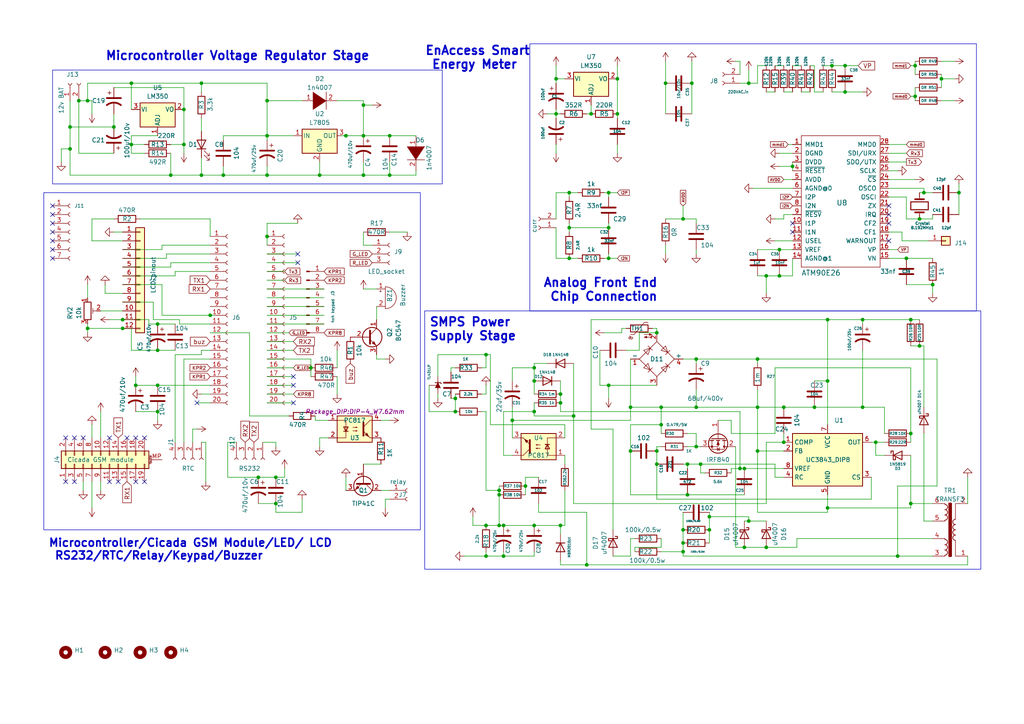
<source format=kicad_sch>
(kicad_sch (version 20220126) (generator eeschema)
  (paper "A4")
  (junction (at 264.16 92.71))
  (junction (at 144.78 142.24))
  (junction (at 105.41 50.8))
  (junction (at 33.02 36.83))
  (junction (at 132.08 115.57))
  (junction (at 203.2 134.62))
  (junction (at 267.97 55.88))
  (junction (at 140.97 102.87))
  (junction (at 266.7 63.5))
  (junction (at 20.32 36.83))
  (junction (at 227.33 118.11))
  (junction (at 227.33 128.27))
  (junction (at 154.94 119.38))
  (junction (at 132.08 119.38))
  (junction (at 240.03 92.71))
  (junction (at 200.66 24.13))
  (junction (at 215.9 135.89))
  (junction (at 240.03 147.32))
  (junction (at 265.43 19.05))
  (junction (at 90.17 106.68))
  (junction (at 45.72 119.38))
  (junction (at 161.29 22.86))
  (junction (at 191.77 123.19))
  (junction (at 144.78 152.4))
  (junction (at 154.94 110.49))
  (junction (at 176.53 55.88))
  (junction (at 58.42 50.8))
  (junction (at 53.34 41.91))
  (junction (at 140.97 152.4))
  (junction (at 241.3 19.05))
  (junction (at 38.1 24.13))
  (junction (at 199.39 134.62))
  (junction (at 191.77 118.11))
  (junction (at 77.47 68.58))
  (junction (at 222.25 158.75))
  (junction (at 100.33 39.37))
  (junction (at 254 128.27))
  (junction (at 148.59 121.92))
  (junction (at 214.63 135.89))
  (junction (at 250.19 92.71))
  (junction (at 262.89 74.93))
  (junction (at 113.03 39.37))
  (junction (at 113.03 50.8))
  (junction (at 219.71 130.81))
  (junction (at 64.77 50.8))
  (junction (at 92.71 50.8))
  (junction (at 182.88 130.81))
  (junction (at 35.56 92.71))
  (junction (at 217.17 24.13))
  (junction (at 250.19 118.11))
  (junction (at 38.1 41.91))
  (junction (at 154.94 152.4))
  (junction (at 226.06 72.39))
  (junction (at 198.12 160.02))
  (junction (at 245.11 19.05))
  (junction (at 226.06 80.01))
  (junction (at 105.41 30.48))
  (junction (at 198.12 63.5))
  (junction (at 53.34 31.75))
  (junction (at 264.16 125.73))
  (junction (at 20.32 43.18))
  (junction (at 165.1 55.88))
  (junction (at 144.78 143.51))
  (junction (at 60.96 91.44))
  (junction (at 25.4 95.25))
  (junction (at 77.47 39.37))
  (junction (at 245.11 26.67))
  (junction (at 201.93 118.11))
  (junction (at 140.97 161.29))
  (junction (at 171.45 33.02))
  (junction (at 25.4 29.21))
  (junction (at 176.53 66.04))
  (junction (at 161.29 33.02))
  (junction (at 166.37 120.65))
  (junction (at 22.86 29.21))
  (junction (at 45.72 111.76))
  (junction (at 154.94 106.68))
  (junction (at 199.39 143.51))
  (junction (at 45.72 93.98))
  (junction (at 215.9 158.75))
  (junction (at 105.41 39.37))
  (junction (at 219.71 104.14))
  (junction (at 222.25 80.01))
  (junction (at 39.37 111.76))
  (junction (at 201.93 129.54))
  (junction (at 176.53 111.76))
  (junction (at 190.5 130.81))
  (junction (at 35.56 95.25))
  (junction (at 152.4 140.97))
  (junction (at 170.18 163.83))
  (junction (at 182.88 118.11))
  (junction (at 165.1 74.93))
  (junction (at 74.93 138.43))
  (junction (at 162.56 114.3))
  (junction (at 198.12 153.67))
  (junction (at 205.74 153.67))
  (junction (at 77.47 29.21))
  (junction (at 162.56 152.4))
  (junction (at 219.71 118.11))
  (junction (at 190.5 96.52))
  (junction (at 193.04 24.13))
  (junction (at 80.01 146.05))
  (junction (at 146.05 152.4))
  (junction (at 278.13 55.88))
  (junction (at 270.51 82.55))
  (junction (at 176.53 74.93))
  (junction (at 198.12 157.48))
  (junction (at 201.93 104.14))
  (junction (at 205.74 149.86))
  (junction (at 80.01 138.43))
  (junction (at 49.53 50.8))
  (junction (at 190.5 134.62))
  (junction (at 265.43 27.94))
  (junction (at 236.22 118.11))
  (junction (at 45.72 101.6))
  (junction (at 273.05 22.86))
  (junction (at 240.03 110.49))
  (junction (at 260.35 161.29))
  (junction (at 77.47 50.8))
  (junction (at 229.87 48.26))
  (junction (at 266.7 100.33))
  (junction (at 162.56 116.84))
  (junction (at 179.07 33.02))
  (junction (at 58.42 24.13))
  (junction (at 217.17 151.13))
  (junction (at 179.07 22.86))
  (junction (at 146.05 161.29))
  (junction (at 264.16 146.05))
  (junction (at 165.1 66.04))
  (no_connect (at 15.24 74.93))
  (no_connect (at 15.24 72.39))
  (no_connect (at 15.24 69.85))
  (no_connect (at 15.24 59.69))
  (no_connect (at 15.24 64.77))
  (no_connect (at 15.24 67.31))
  (no_connect (at 15.24 62.23))
  (no_connect (at 229.87 64.77))
  (no_connect (at 229.87 67.31))
  (no_connect (at 257.81 69.85))
  (no_connect (at 39.37 127))
  (no_connect (at 41.91 127))
  (no_connect (at 21.59 139.7))
  (no_connect (at 19.05 139.7))
  (no_connect (at 34.29 139.7))
  (no_connect (at 31.75 139.7))
  (no_connect (at 39.37 139.7))
  (no_connect (at 19.05 127))
  (no_connect (at 21.59 127))
  (no_connect (at 24.13 127))
  (no_connect (at 31.75 127))
  (no_connect (at 36.83 127))
  (no_connect (at 41.91 139.7))
  (no_connect (at 86.36 73.66))
  (no_connect (at 86.36 76.2))
  (no_connect (at 57.15 116.84))
  (no_connect (at 85.09 111.76))
  (no_connect (at 85.09 109.22))
  (no_connect (at 85.09 116.84))
  (no_connect (at 257.81 59.69))
  (no_connect (at 257.81 62.23))
  (no_connect (at 257.81 64.77))
  (wire (pts (xy 20.32 43.18) (xy 20.32 50.8)))
  (wire (pts (xy 48.26 73.66) (xy 60.96 73.66)))
  (wire (pts (xy 193.04 24.13) (xy 193.04 33.02)))
  (wire (pts (xy 257.81 54.61) (xy 267.97 54.61)))
  (wire (pts (xy 280.67 146.05) (xy 280.67 138.43)))
  (wire (pts (xy 180.34 95.25) (xy 180.34 96.52)))
  (wire (pts (xy 176.53 55.88) (xy 176.53 57.15)))
  (wire (pts (xy 214.63 135.89) (xy 214.63 119.38)))
  (wire (pts (xy 162.56 162.56) (xy 162.56 163.83)))
  (wire (pts (xy 58.42 24.13) (xy 58.42 26.67)))
  (wire (pts (xy 166.37 120.65) (xy 154.94 120.65)))
  (wire (pts (xy 140.97 142.24) (xy 140.97 119.38)))
  (wire (pts (xy 90.17 106.68) (xy 90.17 109.22)))
  (wire (pts (xy 38.1 95.25) (xy 35.56 95.25)))
  (wire (pts (xy 219.71 72.39) (xy 226.06 72.39)))
  (wire (pts (xy 26.67 139.7) (xy 26.67 147.32)))
  (wire (pts (xy 201.93 63.5) (xy 201.93 64.77)))
  (wire (pts (xy 105.41 71.12) (xy 107.95 71.12)))
  (wire (pts (xy 24.13 142.24) (xy 24.13 139.7)))
  (wire (pts (xy 175.26 55.88) (xy 176.53 55.88)))
  (wire (pts (xy 107.95 30.48) (xy 105.41 30.48)))
  (wire (pts (xy 77.47 81.28) (xy 82.55 81.28)))
  (wire (pts (xy 58.42 45.72) (xy 58.42 50.8)))
  (wire (pts (xy 140.97 102.87) (xy 142.24 102.87)))
  (wire (pts (xy 224.79 125.73) (xy 224.79 106.68)))
  (wire (pts (xy 148.59 118.11) (xy 148.59 121.92)))
  (wire (pts (xy 146.05 119.38) (xy 154.94 119.38)))
  (wire (pts (xy 144.78 140.97) (xy 144.78 142.24)))
  (wire (pts (xy 238.76 26.67) (xy 236.22 26.67)))
  (wire (pts (xy 77.47 50.8) (xy 92.71 50.8)))
  (wire (pts (xy 146.05 152.4) (xy 154.94 152.4)))
  (wire (pts (xy 97.79 29.21) (xy 105.41 29.21)))
  (wire (pts (xy 50.8 80.01) (xy 50.8 78.74)))
  (wire (pts (xy 140.97 161.29) (xy 146.05 161.29)))
  (wire (pts (xy 265.43 27.94) (xy 265.43 29.21)))
  (wire (pts (xy 38.1 24.13) (xy 38.1 31.75)))
  (wire (pts (xy 58.42 24.13) (xy 77.47 24.13)))
  (wire (pts (xy 171.45 92.71) (xy 171.45 124.46)))
  (wire (pts (xy 162.56 110.49) (xy 162.56 114.3)))
  (wire (pts (xy 260.35 140.97) (xy 271.78 140.97)))
  (wire (pts (xy 227.33 62.23) (xy 229.87 62.23)))
  (wire (pts (xy 227.33 125.73) (xy 227.33 128.27)))
  (wire (pts (xy 57.15 116.84) (xy 60.96 116.84)))
  (wire (pts (xy 224.79 106.68) (xy 264.16 106.68)))
  (wire (pts (xy 35.56 82.55) (xy 46.99 82.55)))
  (wire (pts (xy 219.71 113.03) (xy 219.71 118.11)))
  (wire (pts (xy 105.41 83.82) (xy 109.22 83.82)))
  (wire (pts (xy 240.03 92.71) (xy 250.19 92.71)))
  (wire (pts (xy 137.16 152.4) (xy 140.97 152.4)))
  (wire (pts (xy 252.73 144.78) (xy 190.5 144.78)))
  (wire (pts (xy 184.15 158.75) (xy 191.77 158.75)))
  (wire (pts (xy 20.32 36.83) (xy 20.32 43.18)))
  (wire (pts (xy 38.1 44.45) (xy 41.91 44.45)))
  (wire (pts (xy 217.17 24.13) (xy 219.71 24.13)))
  (wire (pts (xy 226.06 48.26) (xy 229.87 48.26)))
  (wire (pts (xy 43.18 92.71) (xy 35.56 92.71)))
  (wire (pts (xy 273.05 22.86) (xy 276.86 22.86)))
  (wire (pts (xy 205.74 149.86) (xy 205.74 153.67)))
  (wire (pts (xy 77.47 111.76) (xy 85.09 111.76)))
  (wire (pts (xy 193.04 63.5) (xy 198.12 63.5)))
  (wire (pts (xy 35.56 72.39) (xy 46.99 72.39)))
  (wire (pts (xy 45.72 39.37) (xy 38.1 39.37)))
  (wire (pts (xy 219.71 105.41) (xy 219.71 104.14)))
  (wire (pts (xy 222.25 128.27) (xy 222.25 146.05)))
  (wire (pts (xy 264.16 92.71) (xy 266.7 92.71)))
  (wire (pts (xy 64.77 50.8) (xy 77.47 50.8)))
  (wire (pts (xy 113.03 144.78) (xy 111.76 144.78)))
  (wire (pts (xy 26.67 29.21) (xy 25.4 29.21)))
  (wire (pts (xy 257.81 74.93) (xy 262.89 74.93)))
  (wire (pts (xy 146.05 161.29) (xy 154.94 161.29)))
  (wire (pts (xy 38.1 41.91) (xy 41.91 41.91)))
  (wire (pts (xy 267.97 55.88) (xy 270.51 55.88)))
  (wire (pts (xy 250.19 118.11) (xy 256.54 118.11)))
  (wire (pts (xy 257.81 52.07) (xy 265.43 52.07)))
  (wire (pts (xy 49.53 76.2) (xy 60.96 76.2)))
  (wire (pts (xy 217.17 24.13) (xy 217.17 20.32)))
  (wire (pts (xy 148.59 121.92) (xy 148.59 127)))
  (wire (pts (xy 53.34 104.14) (xy 53.34 128.27)))
  (wire (pts (xy 25.4 29.21) (xy 25.4 24.13)))
  (wire (pts (xy 227.33 128.27) (xy 222.25 128.27)))
  (wire (pts (xy 264.16 106.68) (xy 264.16 125.73)))
  (wire (pts (xy 215.9 158.75) (xy 222.25 158.75)))
  (wire (pts (xy 273.05 22.86) (xy 273.05 25.4)))
  (wire (pts (xy 87.63 144.78) (xy 87.63 148.59)))
  (wire (pts (xy 46.99 91.44) (xy 60.96 91.44)))
  (wire (pts (xy 77.47 78.74) (xy 82.55 78.74)))
  (wire (pts (xy 162.56 116.84) (xy 162.56 119.38)))
  (wire (pts (xy 262.89 63.5) (xy 266.7 63.5)))
  (wire (pts (xy 77.47 104.14) (xy 90.17 104.14)))
  (wire (pts (xy 77.47 29.21) (xy 77.47 39.37)))
  (wire (pts (xy 91.44 121.92) (xy 91.44 120.65)))
  (wire (pts (xy 139.7 114.3) (xy 140.97 114.3)))
  (wire (pts (xy 201.93 129.54) (xy 203.2 129.54)))
  (wire (pts (xy 264.16 125.73) (xy 264.16 128.27)))
  (wire (pts (xy 257.81 44.45) (xy 262.89 44.45)))
  (wire (pts (xy 64.77 40.64) (xy 64.77 39.37)))
  (wire (pts (xy 35.56 85.09) (xy 30.48 85.09)))
  (wire (pts (xy 77.47 40.64) (xy 77.47 39.37)))
  (wire (pts (xy 177.8 124.46) (xy 171.45 124.46)))
  (wire (pts (xy 213.36 158.75) (xy 215.9 158.75)))
  (wire (pts (xy 154.94 161.29) (xy 154.94 160.02)))
  (wire (pts (xy 45.72 119.38) (xy 39.37 119.38)))
  (wire (pts (xy 45.72 93.98) (xy 50.8 93.98)))
  (wire (pts (xy 262.89 74.93) (xy 270.51 74.93)))
  (wire (pts (xy 252.73 138.43) (xy 252.73 144.78)))
  (wire (pts (xy 148.59 132.08) (xy 146.05 132.08)))
  (wire (pts (xy 264.16 19.05) (xy 265.43 19.05)))
  (wire (pts (xy 113.03 50.8) (xy 120.65 50.8)))
  (wire (pts (xy 250.19 101.6) (xy 250.19 118.11)))
  (wire (pts (xy 265.43 19.05) (xy 265.43 21.59)))
  (wire (pts (xy 227.33 26.67) (xy 229.87 26.67)))
  (wire (pts (xy 256.54 118.11) (xy 256.54 125.73)))
  (wire (pts (xy 29.21 139.7) (xy 29.21 142.24)))
  (wire (pts (xy 203.2 134.62) (xy 203.2 137.16)))
  (wire (pts (xy 222.25 158.75) (xy 231.14 158.75)))
  (wire (pts (xy 213.36 129.54) (xy 213.36 158.75)))
  (wire (pts (xy 60.96 63.5) (xy 60.96 68.58)))
  (wire (pts (xy 222.25 26.67) (xy 224.79 26.67)))
  (wire (pts (xy 154.94 110.49) (xy 154.94 106.68)))
  (wire (pts (xy 222.25 146.05) (xy 166.37 146.05)))
  (wire (pts (xy 92.71 50.8) (xy 105.41 50.8)))
  (wire (pts (xy 171.45 92.71) (xy 240.03 92.71)))
  (wire (pts (xy 182.88 123.19) (xy 191.77 123.19)))
  (wire (pts (xy 217.17 149.86) (xy 217.17 151.13)))
  (wire (pts (xy 214.63 119.38) (xy 162.56 119.38)))
  (wire (pts (xy 113.03 67.31) (xy 118.11 67.31)))
  (wire (pts (xy 77.47 39.37) (xy 85.09 39.37)))
  (wire (pts (xy 39.37 109.22) (xy 39.37 111.76)))
  (wire (pts (xy 77.47 76.2) (xy 86.36 76.2)))
  (wire (pts (xy 165.1 55.88) (xy 167.64 55.88)))
  (wire (pts (xy 201.93 118.11) (xy 201.93 113.03)))
  (wire (pts (xy 161.29 22.86) (xy 163.83 22.86)))
  (wire (pts (xy 212.09 125.73) (xy 224.79 125.73)))
  (wire (pts (xy 191.77 125.73) (xy 191.77 123.19)))
  (wire (pts (xy 68.58 128.27) (xy 66.04 128.27)))
  (wire (pts (xy 46.99 72.39) (xy 46.99 71.12)))
  (wire (pts (xy 176.53 111.76) (xy 190.5 111.76)))
  (wire (pts (xy 30.48 82.55) (xy 30.48 85.09)))
  (wire (pts (xy 49.53 41.91) (xy 53.34 41.91)))
  (wire (pts (xy 214.63 24.13) (xy 217.17 24.13)))
  (wire (pts (xy 154.94 119.38) (xy 154.94 116.84)))
  (wire (pts (xy 270.51 161.29) (xy 260.35 161.29)))
  (wire (pts (xy 222.25 80.01) (xy 226.06 80.01)))
  (wire (pts (xy 176.53 55.88) (xy 179.07 55.88)))
  (wire (pts (xy 252.73 128.27) (xy 254 128.27)))
  (wire (pts (xy 262.89 57.15) (xy 262.89 63.5)))
  (wire (pts (xy 179.07 41.91) (xy 179.07 44.45)))
  (wire (pts (xy 77.47 24.13) (xy 77.47 29.21)))
  (wire (pts (xy 198.12 134.62) (xy 199.39 134.62)))
  (wire (pts (xy 226.06 44.45) (xy 229.87 44.45)))
  (wire (pts (xy 50.8 78.74) (xy 60.96 78.74)))
  (wire (pts (xy 190.5 130.81) (xy 190.5 134.62)))
  (wire (pts (xy 52.07 92.71) (xy 52.07 93.98)))
  (wire (pts (xy 227.33 63.5) (xy 227.33 62.23)))
  (wire (pts (xy 77.47 114.3) (xy 85.09 114.3)))
  (wire (pts (xy 40.64 63.5) (xy 60.96 63.5)))
  (wire (pts (xy 144.78 143.51) (xy 144.78 152.4)))
  (wire (pts (xy 33.02 63.5) (xy 26.67 63.5)))
  (wire (pts (xy 241.3 19.05) (xy 245.11 19.05)))
  (wire (pts (xy 45.72 121.92) (xy 45.72 119.38)))
  (wire (pts (xy 165.1 66.04) (xy 165.1 67.31)))
  (wire (pts (xy 240.03 147.32) (xy 240.03 148.59)))
  (wire (pts (xy 154.94 105.41) (xy 158.75 105.41)))
  (wire (pts (xy 176.53 64.77) (xy 176.53 66.04)))
  (wire (pts (xy 166.37 120.65) (xy 166.37 146.05)))
  (wire (pts (xy 105.41 134.62) (xy 110.49 134.62)))
  (wire (pts (xy 182.88 121.92) (xy 182.88 118.11)))
  (wire (pts (xy 161.29 63.5) (xy 161.29 55.88)))
  (wire (pts (xy 250.19 93.98) (xy 250.19 92.71)))
  (wire (pts (xy 45.72 101.6) (xy 38.1 101.6)))
  (wire (pts (xy 53.34 31.75) (xy 53.34 41.91)))
  (wire (pts (xy 177.8 124.46) (xy 177.8 153.67)))
  (wire (pts (xy 176.53 111.76) (xy 176.53 115.57)))
  (wire (pts (xy 257.81 49.53) (xy 260.35 49.53)))
  (wire (pts (xy 185.42 101.6) (xy 185.42 96.52)))
  (wire (pts (xy 17.78 43.18) (xy 20.32 43.18)))
  (wire (pts (xy 165.1 74.93) (xy 167.64 74.93)))
  (wire (pts (xy 152.4 140.97) (xy 152.4 143.51)))
  (wire (pts (xy 271.78 140.97) (xy 271.78 104.14)))
  (wire (pts (xy 227.33 138.43) (xy 224.79 138.43)))
  (wire (pts (xy 43.18 93.98) (xy 43.18 92.71)))
  (wire (pts (xy 111.76 144.78) (xy 111.76 147.32)))
  (wire (pts (xy 58.42 101.6) (xy 60.96 101.6)))
  (wire (pts (xy 267.97 54.61) (xy 267.97 55.88)))
  (wire (pts (xy 190.5 95.25) (xy 190.5 96.52)))
  (wire (pts (xy 109.22 102.87) (xy 109.22 104.14)))
  (wire (pts (xy 142.24 123.19) (xy 163.83 123.19)))
  (wire (pts (xy 163.83 127) (xy 163.83 123.19)))
  (wire (pts (xy 130.81 107.95) (xy 130.81 106.68)))
  (wire (pts (xy 20.32 29.21) (xy 20.32 36.83)))
  (wire (pts (xy 198.12 148.59) (xy 198.12 153.67)))
  (wire (pts (xy 25.4 24.13) (xy 38.1 24.13)))
  (wire (pts (xy 58.42 34.29) (xy 58.42 38.1)))
  (wire (pts (xy 182.88 123.19) (xy 182.88 130.81)))
  (wire (pts (xy 148.59 121.92) (xy 182.88 121.92)))
  (wire (pts (xy 219.71 104.14) (xy 271.78 104.14)))
  (wire (pts (xy 77.47 109.22) (xy 85.09 109.22)))
  (wire (pts (xy 49.53 44.45) (xy 49.53 50.8)))
  (wire (pts (xy 273.05 29.21) (xy 276.86 29.21)))
  (wire (pts (xy 77.47 73.66) (xy 86.36 73.66)))
  (wire (pts (xy 193.04 71.12) (xy 193.04 73.66)))
  (wire (pts (xy 280.67 161.29) (xy 280.67 163.83)))
  (wire (pts (xy 171.45 30.48) (xy 171.45 33.02)))
  (wire (pts (xy 238.76 19.05) (xy 241.3 19.05)))
  (wire (pts (xy 26.67 63.5) (xy 26.67 69.85)))
  (wire (pts (xy 265.43 25.4) (xy 265.43 27.94)))
  (wire (pts (xy 215.9 135.89) (xy 214.63 135.89)))
  (wire (pts (xy 142.24 123.19) (xy 142.24 102.87)))
  (wire (pts (xy 105.41 39.37) (xy 113.03 39.37)))
  (wire (pts (xy 266.7 55.88) (xy 267.97 55.88)))
  (wire (pts (xy 105.41 30.48) (xy 105.41 39.37)))
  (wire (pts (xy 162.56 114.3) (xy 162.56 116.84)))
  (wire (pts (xy 156.21 148.59) (xy 170.18 148.59)))
  (wire (pts (xy 154.94 120.65) (xy 154.94 119.38)))
  (wire (pts (xy 140.97 160.02) (xy 140.97 161.29)))
  (wire (pts (xy 222.25 80.01) (xy 222.25 85.09)))
  (wire (pts (xy 113.03 46.99) (xy 113.03 50.8)))
  (wire (pts (xy 191.77 118.11) (xy 201.93 118.11)))
  (wire (pts (xy 165.1 66.04) (xy 176.53 66.04)))
  (wire (pts (xy 17.78 46.99) (xy 17.78 43.18)))
  (wire (pts (xy 77.47 68.58) (xy 77.47 71.12)))
  (wire (pts (xy 33.02 25.4) (xy 53.34 25.4)))
  (wire (pts (xy 77.47 116.84) (xy 85.09 116.84)))
  (wire (pts (xy 254 128.27) (xy 256.54 128.27)))
  (wire (pts (xy 38.1 24.13) (xy 58.42 24.13)))
  (wire (pts (xy 219.71 118.11) (xy 227.33 118.11)))
  (wire (pts (xy 109.22 88.9) (xy 109.22 92.71)))
  (wire (pts (xy 161.29 74.93) (xy 165.1 74.93)))
  (wire (pts (xy 176.53 74.93) (xy 179.07 74.93)))
  (wire (pts (xy 92.71 127) (xy 95.25 127)))
  (wire (pts (xy 29.21 119.38) (xy 29.21 127)))
  (wire (pts (xy 95.25 121.92) (xy 91.44 121.92)))
  (wire (pts (xy 227.33 118.11) (xy 236.22 118.11)))
  (wire (pts (xy 199.39 134.62) (xy 203.2 134.62)))
  (wire (pts (xy 156.21 138.43) (xy 152.4 138.43)))
  (wire (pts (xy 203.2 134.62) (xy 224.79 134.62)))
  (wire (pts (xy 200.66 17.78) (xy 200.66 24.13)))
  (wire (pts (xy 45.72 111.76) (xy 60.96 111.76)))
  (wire (pts (xy 77.47 93.98) (xy 93.98 93.98)))
  (wire (pts (xy 193.04 17.78) (xy 193.04 24.13)))
  (wire (pts (xy 148.59 106.68) (xy 154.94 106.68)))
  (wire (pts (xy 224.79 63.5) (xy 227.33 63.5)))
  (wire (pts (xy 201.93 104.14) (xy 201.93 105.41)))
  (wire (pts (xy 165.1 57.15) (xy 165.1 55.88)))
  (wire (pts (xy 132.08 115.57) (xy 132.08 119.38)))
  (wire (pts (xy 77.47 64.77) (xy 77.47 68.58)))
  (wire (pts (xy 240.03 148.59) (xy 219.71 148.59)))
  (wire (pts (xy 180.34 95.25) (xy 181.61 95.25)))
  (wire (pts (xy 166.37 105.41) (xy 166.37 120.65)))
  (wire (pts (xy 201.93 104.14) (xy 219.71 104.14)))
  (wire (pts (xy 31.75 92.71) (xy 35.56 92.71)))
  (wire (pts (xy 182.88 156.21) (xy 184.15 156.21)))
  (wire (pts (xy 161.29 33.02) (xy 161.29 34.29)))
  (wire (pts (xy 46.99 71.12) (xy 60.96 71.12)))
  (wire (pts (xy 256.54 132.08) (xy 254 132.08)))
  (wire (pts (xy 236.22 19.05) (xy 234.95 19.05)))
  (wire (pts (xy 154.94 110.49) (xy 154.94 114.3)))
  (wire (pts (xy 33.02 44.45) (xy 22.86 44.45)))
  (wire (pts (xy 44.45 87.63) (xy 35.56 87.63)))
  (wire (pts (xy 58.42 102.87) (xy 58.42 101.6)))
  (wire (pts (xy 240.03 143.51) (xy 240.03 147.32)))
  (wire (pts (xy 148.59 110.49) (xy 148.59 106.68)))
  (wire (pts (xy 264.16 100.33) (xy 266.7 100.33)))
  (wire (pts (xy 25.4 95.25) (xy 35.56 95.25)))
  (wire (pts (xy 199.39 143.51) (xy 215.9 143.51)))
  (wire (pts (xy 190.5 129.54) (xy 190.5 130.81)))
  (wire (pts (xy 240.03 147.32) (xy 264.16 147.32)))
  (wire (pts (xy 240.03 92.71) (xy 240.03 110.49)))
  (wire (pts (xy 236.22 118.11) (xy 250.19 118.11)))
  (wire (pts (xy 77.47 99.06) (xy 85.09 99.06)))
  (wire (pts (xy 20.32 50.8) (xy 49.53 50.8)))
  (wire (pts (xy 66.04 128.27) (xy 66.04 138.43)))
  (wire (pts (xy 270.51 156.21) (xy 231.14 156.21)))
  (wire (pts (xy 20.32 36.83) (xy 33.02 36.83)))
  (wire (pts (xy 120.65 49.53) (xy 120.65 50.8)))
  (wire (pts (xy 201.93 125.73) (xy 201.93 129.54)))
  (wire (pts (xy 35.56 77.47) (xy 49.53 77.47)))
  (wire (pts (xy 161.29 33.02) (xy 162.56 33.02)))
  (wire (pts (xy 29.21 90.17) (xy 35.56 90.17)))
  (wire (pts (xy 127 102.87) (xy 140.97 102.87)))
  (wire (pts (xy 64.77 39.37) (xy 77.47 39.37)))
  (wire (pts (xy 110.49 121.92) (xy 113.03 121.92)))
  (wire (pts (xy 110.49 142.24) (xy 113.03 142.24)))
  (wire (pts (xy 156.21 146.05) (xy 156.21 148.59)))
  (wire (pts (xy 92.71 129.54) (xy 92.71 127)))
  (wire (pts (xy 161.29 55.88) (xy 165.1 55.88)))
  (wire (pts (xy 139.7 106.68) (xy 140.97 106.68)))
  (wire (pts (xy 264.16 146.05) (xy 264.16 147.32)))
  (wire (pts (xy 124.46 119.38) (xy 132.08 119.38)))
  (wire (pts (xy 25.4 93.98) (xy 25.4 95.25)))
  (wire (pts (xy 201.93 73.66) (xy 201.93 72.39)))
  (wire (pts (xy 231.14 156.21) (xy 231.14 158.75)))
  (wire (pts (xy 77.47 91.44) (xy 93.98 91.44)))
  (wire (pts (xy 33.02 36.83) (xy 33.02 38.1)))
  (wire (pts (xy 264.16 27.94) (xy 265.43 27.94)))
  (wire (pts (xy 270.51 63.5) (xy 270.51 62.23)))
  (wire (pts (xy 203.2 137.16) (xy 204.47 137.16)))
  (wire (pts (xy 229.87 48.26) (xy 229.87 49.53)))
  (wire (pts (xy 139.7 119.38) (xy 140.97 119.38)))
  (wire (pts (xy 77.47 106.68) (xy 85.09 106.68)))
  (wire (pts (xy 58.42 50.8) (xy 64.77 50.8)))
  (wire (pts (xy 224.79 69.85) (xy 229.87 69.85)))
  (wire (pts (xy 219.71 19.05) (xy 219.71 24.13)))
  (wire (pts (xy 152.4 138.43) (xy 152.4 140.97)))
  (wire (pts (xy 199.39 134.62) (xy 199.39 135.89)))
  (wire (pts (xy 248.92 19.05) (xy 245.11 19.05)))
  (wire (pts (xy 170.18 148.59) (xy 170.18 163.83)))
  (wire (pts (xy 257.81 67.31) (xy 261.62 67.31)))
  (wire (pts (xy 179.07 33.02) (xy 179.07 34.29)))
  (wire (pts (xy 182.88 104.14) (xy 182.88 118.11)))
  (wire (pts (xy 45.72 101.6) (xy 50.8 101.6)))
  (wire (pts (xy 146.05 160.02) (xy 146.05 161.29)))
  (wire (pts (xy 182.88 130.81) (xy 182.88 143.51)))
  (wire (pts (xy 270.51 82.55) (xy 270.51 85.09)))
  (wire (pts (xy 191.77 118.11) (xy 191.77 123.19)))
  (wire (pts (xy 181.61 101.6) (xy 185.42 101.6)))
  (wire (pts (xy 127 115.57) (xy 127 114.3)))
  (wire (pts (xy 60.96 96.52) (xy 72.39 96.52)))
  (wire (pts (xy 161.29 19.05) (xy 161.29 22.86)))
  (wire (pts (xy 25.4 82.55) (xy 25.4 86.36)))
  (wire (pts (xy 228.6 41.91) (xy 229.87 41.91)))
  (wire (pts (xy 72.39 120.65) (xy 83.82 120.65)))
  (wire (pts (xy 62.23 91.44) (xy 60.96 91.44)))
  (wire (pts (xy 201.93 118.11) (xy 219.71 118.11)))
  (wire (pts (xy 130.81 115.57) (xy 132.08 115.57)))
  (wire (pts (xy 260.35 161.29) (xy 260.35 140.97)))
  (wire (pts (xy 66.04 138.43) (xy 74.93 138.43)))
  (wire (pts (xy 97.79 109.22) (xy 97.79 114.3)))
  (wire (pts (xy 229.87 52.07) (xy 227.33 52.07)))
  (wire (pts (xy 264.16 132.08) (xy 264.16 146.05)))
  (wire (pts (xy 82.55 138.43) (xy 80.01 138.43)))
  (wire (pts (xy 77.47 83.82) (xy 93.98 83.82)))
  (wire (pts (xy 190.5 129.54) (xy 191.77 129.54)))
  (wire (pts (xy 260.35 72.39) (xy 257.81 72.39)))
  (wire (pts (xy 224.79 138.43) (xy 224.79 134.62)))
  (wire (pts (xy 189.23 95.25) (xy 190.5 95.25)))
  (wire (pts (xy 214.63 135.89) (xy 212.09 135.89)))
  (wire (pts (xy 229.87 74.93) (xy 229.87 80.01)))
  (wire (pts (xy 257.81 46.99) (xy 262.89 46.99)))
  (wire (pts (xy 43.18 93.98) (xy 45.72 93.98)))
  (wire (pts (xy 212.09 121.92) (xy 212.09 125.73)))
  (wire (pts (xy 163.83 142.24) (xy 163.83 152.4)))
  (wire (pts (xy 25.4 95.25) (xy 25.4 96.52)))
  (wire (pts (xy 39.37 111.76) (xy 45.72 111.76)))
  (wire (pts (xy 217.17 151.13) (xy 222.25 151.13)))
  (wire (pts (xy 254 132.08) (xy 254 128.27)))
  (wire (pts (xy 105.41 46.99) (xy 105.41 50.8)))
  (wire (pts (xy 80.01 148.59) (xy 87.63 148.59)))
  (wire (pts (xy 173.99 111.76) (xy 173.99 101.6)))
  (wire (pts (xy 146.05 132.08) (xy 146.05 119.38)))
  (wire (pts (xy 74.93 146.05) (xy 80.01 146.05)))
  (wire (pts (xy 179.07 19.05) (xy 179.07 22.86)))
  (wire (pts (xy 267.97 100.33) (xy 266.7 100.33)))
  (wire (pts (xy 109.22 104.14) (xy 111.76 104.14)))
  (wire (pts (xy 140.97 102.87) (xy 140.97 106.68)))
  (wire (pts (xy 176.53 73.66) (xy 176.53 74.93)))
  (wire (pts (xy 219.71 130.81) (xy 219.71 148.59)))
  (wire (pts (xy 82.55 135.89) (xy 82.55 138.43)))
  (wire (pts (xy 50.8 102.87) (xy 58.42 102.87)))
  (wire (pts (xy 222.25 19.05) (xy 219.71 19.05)))
  (wire (pts (xy 100.33 39.37) (xy 105.41 39.37)))
  (wire (pts (xy 140.97 142.24) (xy 144.78 142.24)))
  (wire (pts (xy 58.42 114.3) (xy 60.96 114.3)))
  (wire (pts (xy 161.29 41.91) (xy 161.29 44.45)))
  (wire (pts (xy 199.39 143.51) (xy 182.88 143.51)))
  (wire (pts (xy 215.9 151.13) (xy 217.17 151.13)))
  (wire (pts (xy 92.71 46.99) (xy 92.71 50.8)))
  (wire (pts (xy 229.87 46.99) (xy 229.87 48.26)))
  (wire (pts (xy 191.77 158.75) (xy 191.77 156.21)))
  (wire (pts (xy 52.07 93.98) (xy 60.96 93.98)))
  (wire (pts (xy 232.41 26.67) (xy 234.95 26.67)))
  (wire (pts (xy 218.44 54.61) (xy 229.87 54.61)))
  (wire (pts (xy 55.88 128.27) (xy 55.88 124.46)))
  (wire (pts (xy 74.93 138.43) (xy 80.01 138.43)))
  (wire (pts (xy 58.42 128.27) (xy 59.69 128.27)))
  (wire (pts (xy 241.3 26.67) (xy 245.11 26.67)))
  (wire (pts (xy 50.8 128.27) (xy 50.8 102.87)))
  (wire (pts (xy 77.47 86.36) (xy 93.98 86.36)))
  (wire (pts (xy 144.78 152.4) (xy 146.05 152.4)))
  (wire (pts (xy 105.41 29.21) (xy 105.41 30.48)))
  (wire (pts (xy 224.79 19.05) (xy 227.33 19.05)))
  (wire (pts (xy 97.79 106.68) (xy 97.79 101.6)))
  (wire (pts (xy 154.94 106.68) (xy 154.94 105.41)))
  (wire (pts (xy 215.9 135.89) (xy 227.33 135.89)))
  (wire (pts (xy 158.75 33.02) (xy 161.29 33.02)))
  (wire (pts (xy 46.99 82.55) (xy 46.99 91.44)))
  (wire (pts (xy 198.12 160.02) (xy 198.12 161.29)))
  (wire (pts (xy 60.96 104.14) (xy 53.34 104.14)))
  (wire (pts (xy 198.12 104.14) (xy 201.93 104.14)))
  (wire (pts (xy 48.26 74.93) (xy 48.26 73.66)))
  (wire (pts (xy 76.2 128.27) (xy 80.01 128.27)))
  (wire (pts (xy 26.67 69.85) (xy 35.56 69.85)))
  (wire (pts (xy 219.71 80.01) (xy 222.25 80.01)))
  (wire (pts (xy 270.51 82.55) (xy 262.89 82.55)))
  (wire (pts (xy 267.97 151.13) (xy 270.51 151.13)))
  (wire (pts (xy 22.86 44.45) (xy 22.86 29.21)))
  (wire (pts (xy 64.77 48.26) (xy 64.77 50.8)))
  (wire (pts (xy 267.97 125.73) (xy 267.97 151.13)))
  (wire (pts (xy 261.62 67.31) (xy 261.62 69.85)))
  (wire (pts (xy 273.05 22.86) (xy 273.05 21.59)))
  (wire (pts (xy 161.29 66.04) (xy 161.29 74.93)))
  (wire (pts (xy 264.16 146.05) (xy 270.51 146.05)))
  (wire (pts (xy 176.53 74.93) (xy 175.26 74.93)))
  (wire (pts (xy 199.39 129.54) (xy 201.93 129.54)))
  (wire (pts (xy 127 109.22) (xy 127 102.87)))
  (wire (pts (xy 137.16 149.86) (xy 137.16 152.4)))
  (wire (pts (xy 240.03 110.49) (xy 240.03 123.19)))
  (wire (pts (xy 213.36 17.78) (xy 214.63 17.78)))
  (wire (pts (xy 161.29 24.13) (xy 161.29 22.86)))
  (wire (pts (xy 236.22 26.67) (xy 236.22 19.05)))
  (wire (pts (xy 77.47 88.9) (xy 93.98 88.9)))
  (wire (pts (xy 182.88 161.29) (xy 182.88 156.21)))
  (wire (pts (xy 198.12 160.02) (xy 198.12 157.48)))
  (wire (pts (xy 55.88 124.46) (xy 57.15 124.46)))
  (wire (pts (xy 219.71 130.81) (xy 227.33 130.81)))
  (wire (pts (xy 144.78 142.24) (xy 144.78 143.51)))
  (wire (pts (xy 266.7 63.5) (xy 270.51 63.5)))
  (wire (pts (xy 140.97 111.76) (xy 140.97 114.3)))
  (wire (pts (xy 226.06 80.01) (xy 229.87 80.01)))
  (wire (pts (xy 113.03 39.37) (xy 120.65 39.37)))
  (wire (pts (xy 245.11 26.67) (xy 250.19 26.67)))
  (wire (pts (xy 105.41 50.8) (xy 113.03 50.8)))
  (wire (pts (xy 90.17 104.14) (xy 90.17 106.68)))
  (wire (pts (xy 177.8 161.29) (xy 182.88 161.29)))
  (wire (pts (xy 26.67 123.19) (xy 26.67 127)))
  (wire (pts (xy 219.71 118.11) (xy 219.71 130.81)))
  (wire (pts (xy 226.06 72.39) (xy 229.87 72.39)))
  (wire (pts (xy 179.07 22.86) (xy 179.07 33.02)))
  (wire (pts (xy 38.1 101.6) (xy 38.1 95.25)))
  (wire (pts (xy 35.56 74.93) (xy 48.26 74.93)))
  (wire (pts (xy 33.02 33.02) (xy 33.02 36.83)))
  (wire (pts (xy 38.1 41.91) (xy 38.1 44.45)))
  (wire (pts (xy 132.08 114.3) (xy 132.08 115.57)))
  (wire (pts (xy 170.18 163.83) (xy 280.67 163.83)))
  (wire (pts (xy 278.13 55.88) (xy 278.13 62.23)))
  (wire (pts (xy 229.87 19.05) (xy 232.41 19.05)))
  (wire (pts (xy 199.39 125.73) (xy 201.93 125.73)))
  (wire (pts (xy 162.56 163.83) (xy 170.18 163.83)))
  (wire (pts (xy 53.34 25.4) (xy 53.34 31.75)))
  (wire (pts (xy 26.67 33.02) (xy 26.67 29.21)))
  (wire (pts (xy 214.63 21.59) (xy 214.63 17.78)))
  (wire (pts (xy 163.83 132.08) (xy 163.83 134.62)))
  (wire (pts (xy 49.53 50.8) (xy 58.42 50.8)))
  (wire (pts (xy 77.47 29.21) (xy 87.63 29.21)))
  (wire (pts (xy 236.22 110.49) (xy 240.03 110.49)))
  (wire (pts (xy 273.05 17.78) (xy 276.86 17.78)))
  (wire (pts (xy 124.46 111.76) (xy 124.46 119.38)))
  (wire (pts (xy 182.88 118.11) (xy 191.77 118.11)))
  (wire (pts (xy 162.56 152.4) (xy 163.83 152.4)))
  (wire (pts (xy 22.86 29.21) (xy 25.4 29.21)))
  (wire (pts (xy 44.45 92.71) (xy 52.07 92.71)))
  (wire (pts (xy 77.47 101.6) (xy 85.09 101.6)))
  (wire (pts (xy 180.34 96.52) (xy 175.26 96.52)))
  (wire (pts (xy 49.53 77.47) (xy 49.53 76.2)))
  (wire (pts (xy 265.43 17.78) (xy 265.43 19.05)))
  (wire (pts (xy 250.19 92.71) (xy 264.16 92.71)))
  (wire (pts (xy 33.02 67.31) (xy 35.56 67.31)))
  (wire (pts (xy 198.12 161.29) (xy 260.35 161.29)))
  (wire (pts (xy 190.5 144.78) (xy 190.5 134.62)))
  (wire (pts (xy 200.66 24.13) (xy 200.66 33.02)))
  (wire (pts (xy 267.97 100.33) (xy 267.97 118.11)))
  (wire (pts (xy 72.39 96.52) (xy 72.39 120.65)))
  (wire (pts (xy 205.74 149.86) (xy 217.17 149.86)))
  (wire (pts (xy 140.97 152.4) (xy 144.78 152.4)))
  (wire (pts (xy 100.33 138.43) (xy 100.33 142.24)))
  (wire (pts (xy 154.94 152.4) (xy 162.56 152.4)))
  (wire (pts (xy 205.74 148.59) (xy 205.74 149.86)))
  (wire (pts (xy 198.12 59.69) (xy 198.12 63.5)))
  (wire (pts (xy 77.47 48.26) (xy 77.47 50.8)))
  (wire (pts (xy 77.47 64.77) (xy 86.36 64.77)))
  (wire (pts (xy 134.62 161.29) (xy 140.97 161.29)))
  (wire (pts (xy 161.29 31.75) (xy 161.29 33.02)))
  (wire (pts (xy 35.56 80.01) (xy 50.8 80.01)))
  (wire (pts (xy 105.41 67.31) (xy 105.41 71.12)))
  (wire (pts (xy 99.06 39.37) (xy 100.33 39.37)))
  (wire (pts (xy 53.34 41.91) (xy 53.34 44.45)))
  (wire (pts (xy 261.62 69.85) (xy 269.24 69.85)))
  (wire (pts (xy 198.12 63.5) (xy 201.93 63.5)))
  (wire (pts (xy 130.81 106.68) (xy 132.08 106.68)))
  (wire (pts (xy 257.81 57.15) (xy 262.89 57.15)))
  (wire (pts (xy 185.42 96.52) (xy 190.5 96.52)))
  (wire (pts (xy 257.81 41.91) (xy 262.89 41.91)))
  (wire (pts (xy 212.09 135.89) (xy 212.09 137.16)))
  (wire (pts (xy 171.45 33.02) (xy 170.18 33.02)))
  (wire (pts (xy 77.47 96.52) (xy 83.82 96.52)))
  (wire (pts (xy 44.45 87.63) (xy 44.45 92.71)))
  (wire (pts (xy 191.77 160.02) (xy 198.12 160.02)))
  (wire (pts (xy 59.69 128.27) (xy 59.69 139.7)))
  (wire (pts (xy 184.15 160.02) (xy 184.15 158.75)))
  (wire (pts (xy 38.1 39.37) (xy 38.1 41.91)))
  (wire (pts (xy 205.74 153.67) (xy 205.74 157.48)))
  (wire (pts (xy 173.99 111.76) (xy 176.53 111.76)))
  (wire (pts (xy 80.01 128.27) (xy 80.01 129.54)))
  (wire (pts (xy 165.1 64.77) (xy 165.1 66.04)))
  (wire (pts (xy 208.28 121.92) (xy 212.09 121.92)))
  (wire (pts (xy 198.12 153.67) (xy 198.12 157.48)))
  (wire (pts (xy 278.13 53.34) (xy 278.13 55.88)))
  (wire (pts (xy 80.01 146.05) (xy 80.01 148.59)))
  (wire (pts (xy 162.56 152.4) (xy 162.56 154.94)))
  (rectangle (start 153.67 12.7) (end 283.21 90.17) (stroke (width 0.1524)))
  (rectangle (start 123.19 90.17) (end 284.48 165.1) (stroke (width 0.1524)))
  (rectangle (start 15.24 20.32) (end 128.27 53.34) (stroke (width 0.1524)))
  (rectangle (start 12.7 55.88) (end 121.92 153.67) (stroke (width 0.1524)))
  (text "Analog Front End\n Chip Connection" (at 157.48 87.63 0) (effects (font (size 2.5 2.5) (thickness 0.5) bold) (justify left bottom)))
  (text "EnAccess Smart \n Energy Meter" (at 123.19 20.32 0) (effects (font (size 2.5 2.5) (thickness 0.5) bold) (justify left bottom)))
  (text "SMPS Power \nSupply Stage" (at 124.46 99.06 0) (effects (font (size 2.5 2.5) (thickness 0.5) bold) (justify left bottom)))
  (text "Microcontroller/Cicada GSM Module/LED/ LCD\n RS232/RTC/Relay/Keypad/Buzzer\n    " (at 13.97 166.37 0) (effects (font (size 2.3 2.3) (thickness 0.46) bold) (justify left bottom)))
  (text "Microcontroller Voltage Regulator Stage" (at 30.48 17.78 0) (effects (font (size 2.5 2.5) (thickness 0.5) bold) (justify left bottom)))
  (global_label "G_LED" (shape input) (at 107.95 73.66 180) (effects (font (size 1 1))) (property "Intersheetrefs" "${INTERSHEET_REFS}" (effects hide)))
  (global_label "TX2" (shape input) (at 85.09 101.6 0) (property "Intersheetrefs" "${INTERSHEET_REFS}" (effects hide)))
  (global_label "R_LED" (shape input) (at 85.09 106.68 0) (effects (font (size 0.8 0.8))) (property "Intersheetrefs" "${INTERSHEET_REFS}" (effects hide)))
  (global_label "I2P" (shape input) (at 229.87 57.15 180) (effects (font (size 0.8 0.8))) (property "Intersheetrefs" "${INTERSHEET_REFS}" (effects hide)))
  (global_label "KPR2" (shape input) (at 93.98 81.28 0) (effects (font (size 1 1))) (property "Intersheetrefs" "${INTERSHEET_REFS}" (effects hide)))
  (global_label "KPR8" (shape input) (at 93.98 96.52 0) (effects (font (size 1 1))) (property "Intersheetrefs" "${INTERSHEET_REFS}" (effects hide)))
  (global_label "Rx3" (shape input) (at 82.55 81.28 0) (effects (font (size 1 1))) (property "Intersheetrefs" "${INTERSHEET_REFS}" (effects hide)))
  (global_label "mmd0" (shape input) (at 264.16 27.94 180) (effects (font (size 0.8 0.8))) (property "Intersheetrefs" "${INTERSHEET_REFS}" (effects hide)))
  (global_label "Tx3" (shape output) (at 262.89 46.99 0) (effects (font (size 1 1))) (property "Intersheetrefs" "${INTERSHEET_REFS}" (effects hide)))
  (global_label "TX1" (shape input) (at 60.96 81.28 180) (property "Intersheetrefs" "${INTERSHEET_REFS}" (effects hide)))
  (global_label "KPR8" (shape input) (at 85.09 114.3 0) (effects (font (size 1 1))) (property "Intersheetrefs" "${INTERSHEET_REFS}" (effects hide)))
  (global_label "buz" (shape input) (at 60.96 99.06 180) (property "Intersheetrefs" "${INTERSHEET_REFS}" (effects hide)))
  (global_label "I2P" (shape input) (at 179.07 55.88 0) (effects (font (size 0.8 0.8))) (property "Intersheetrefs" "${INTERSHEET_REFS}" (effects hide)))
  (global_label "VP" (shape input) (at 248.92 19.05 0) (property "Intersheetrefs" "${INTERSHEET_REFS}" (effects hide)))
  (global_label "KPR1" (shape input) (at 60.96 109.22 180) (effects (font (size 1 1))) (property "Intersheetrefs" "${INTERSHEET_REFS}" (effects hide)))
  (global_label "KPR1" (shape input) (at 93.98 78.74 0) (effects (font (size 1 1))) (property "Intersheetrefs" "${INTERSHEET_REFS}" (effects hide)))
  (global_label "buz" (shape input) (at 101.6 105.41 270) (property "Intersheetrefs" "${INTERSHEET_REFS}" (effects hide)))
  (global_label "Rx3" (shape input) (at 262.89 44.45 0) (effects (font (size 1 1))) (property "Intersheetrefs" "${INTERSHEET_REFS}" (effects hide)))
  (global_label "RX1" (shape input) (at 60.96 83.82 180) (property "Intersheetrefs" "${INTERSHEET_REFS}" (effects hide)))
  (global_label "mmd0" (shape input) (at 262.89 41.91 0) (effects (font (size 0.8 0.8))) (property "Intersheetrefs" "${INTERSHEET_REFS}" (effects hide)))
  (global_label "RX2" (shape input) (at 85.09 99.06 0) (property "Intersheetrefs" "${INTERSHEET_REFS}" (effects hide)))
  (global_label "TX2" (shape input) (at 73.66 128.27 90) (property "Intersheetrefs" "${INTERSHEET_REFS}" (effects hide)))
  (global_label "VP" (shape input) (at 260.35 72.39 0) (effects (font (size 0.8 0.8))) (property "Intersheetrefs" "${INTERSHEET_REFS}" (effects hide)))
  (global_label "Tx3" (shape input) (at 82.55 78.74 0) (effects (font (size 1 1))) (property "Intersheetrefs" "${INTERSHEET_REFS}" (effects hide)))
  (global_label "AVDD" (shape input) (at 227.33 52.07 180) (effects (font (size 0.8 0.8))) (property "Intersheetrefs" "${INTERSHEET_REFS}" (effects hide)))
  (global_label "G_LED" (shape input) (at 83.82 96.52 0) (effects (font (size 0.8 0.8))) (property "Intersheetrefs" "${INTERSHEET_REFS}" (effects hide)))
  (global_label "I2N" (shape input) (at 229.87 59.69 180) (effects (font (size 0.8 0.8))) (property "Intersheetrefs" "${INTERSHEET_REFS}" (effects hide)))
  (global_label "TX1" (shape input) (at 34.29 127 90) (property "Intersheetrefs" "${INTERSHEET_REFS}" (effects hide)))
  (global_label "KPR2" (shape input) (at 60.96 106.68 180) (effects (font (size 1 1))) (property "Intersheetrefs" "${INTERSHEET_REFS}" (effects hide)))
  (global_label "mmd1" (shape input) (at 228.6 41.91 180) (effects (font (size 0.8 0.8))) (property "Intersheetrefs" "${INTERSHEET_REFS}" (effects hide)))
  (global_label "AVDD" (shape input) (at 198.12 59.69 90) (effects (font (size 0.8 0.8))) (property "Intersheetrefs" "${INTERSHEET_REFS}" (effects hide)))
  (global_label "I2N" (shape input) (at 179.07 74.93 0) (effects (font (size 0.8 0.8))) (property "Intersheetrefs" "${INTERSHEET_REFS}" (effects hide)))
  (global_label "RX2" (shape input) (at 71.12 128.27 90) (property "Intersheetrefs" "${INTERSHEET_REFS}" (effects hide)))
  (global_label "RX1" (shape input) (at 36.83 139.7 270) (property "Intersheetrefs" "${INTERSHEET_REFS}" (effects hide)))
  (global_label "mmd1" (shape input) (at 264.16 19.05 180) (effects (font (size 0.8 0.8))) (property "Intersheetrefs" "${INTERSHEET_REFS}" (effects hide)))
  (global_label "R_LED" (shape input) (at 107.95 76.2 180) (effects (font (size 1 1))) (property "Intersheetrefs" "${INTERSHEET_REFS}" (effects hide)))
  (symbol (lib_id "Device:R") (at 208.28 137.16 90) (unit 1)
    (property "Reference" "R32" (at 209.55 137.16 90) (effects (font (size 0.8 0.8)) (justify left)))
    (property "Value" "5.6k" (at 209.55 139.7 90) (effects (font (size 0.8 0.8)) (justify left)))
    (property "Footprint" "Resistor_THT:R_Axial_DIN0207_L6.3mm_D2.5mm_P10.16mm_Horizontal" (effects hide))
  )
  (symbol (lib_id "Device:R") (at 229.87 22.86 0) (unit 1)
    (property "Reference" "R40" (at 229.87 22.86 90))
    (property "Value" "120k" (at 228.6 17.78 90) (effects (font (size 0.8 0.8))))
    (property "Footprint" "Resistor_THT:R_Axial_DIN0207_L6.3mm_D2.5mm_P10.16mm_Horizontal" (effects hide))
  )
  (symbol (lib_id "Device:C_Polarized_US") (at 250.19 97.79 0) (mirror y) (unit 1)
    (property "Reference" "C26" (at 247.65 95.25 0) (effects (font (size 0.8 0.8)) (justify right)))
    (property "Value" "100uf/35v" (at 246.38 95.25 90) (effects (font (size 0.8 0.8)) (justify right)))
    (property "Footprint" "Capacitor_THT:CP_Radial_D6.3mm_P2.50mm" (effects hide))
  )
  (symbol (lib_id "Device:R") (at 93.98 106.68 270) (unit 1)
    (property "Reference" "R46" (at 92.71 106.68 90) (effects (justify left)))
    (property "Value" "10k" (at 92.71 104.14 90) (effects (justify left)))
    (property "Footprint" "Resistor_THT:R_Axial_DIN0207_L6.3mm_D2.5mm_P10.16mm_Horizontal" (effects hide))
  )
  (symbol (lib_id "Device:Buzzer") (at 111.76 86.36 0) (unit 1)
    (property "Reference" "BZ1" (at 113.03 87.63 90) (effects (justify left)))
    (property "Value" "Buzzer" (at 116.84 88.9 90) (effects (justify left)))
    (property "Footprint" "Buzzer_Beeper:Buzzer_12x9.5RM7.6" (effects hide))
  )
  (symbol (lib_id "power:GND") (at 270.51 85.09 0) (unit 1)
    (property "Reference" "#PWR0142" (effects hide))
    (property "Value" "GND" (effects hide))
  )
  (symbol (lib_id "Device:R") (at 148.59 143.51 90) (unit 1)
    (property "Reference" "R38" (at 148.59 143.51 90) (effects (font (size 0.8 0.8)) (justify left)))
    (property "Value" "10k" (at 151.13 143.51 90) (effects (font (size 0.8 0.8)) (justify left)))
    (property "Footprint" "Resistor_THT:R_Axial_DIN0207_L6.3mm_D2.5mm_P10.16mm_Horizontal" (effects hide))
  )
  (symbol (lib_id "Connector:Conn_01x02_Female") (at 156.21 66.04 180) (unit 1)
    (property "Reference" "J10" (effects hide))
    (property "Value" "curr" (at 154.94 63.5 90) (effects (justify left)))
    (property "Footprint" "Connector_JST:JST_EH_S2B-EH_1x02_P2.50mm_Horizontal" (effects hide))
  )
  (symbol (lib_id "power:+3.3V") (at 193.04 17.78 0) (unit 1)
    (property "Reference" "#PWR0160" (effects hide))
    (property "Value" "+3.3V" (effects hide))
  )
  (symbol (lib_id "power:GND") (at 218.44 54.61 270) (unit 1)
    (property "Reference" "#PWR0143" (effects hide))
    (property "Value" "GND" (effects hide))
  )
  (symbol (lib_id "Device:R") (at 135.89 114.3 90) (unit 1)
    (property "Reference" "R19" (effects hide))
    (property "Value" "2.2k" (at 137.16 114.3 90) (effects (font (size 0.8 0.8)) (justify left)))
    (property "Footprint" "Resistor_THT:R_Axial_DIN0207_L6.3mm_D2.5mm_P10.16mm_Horizontal" (effects hide))
  )
  (symbol (lib_id "power:+5V") (at 26.67 147.32 180) (unit 1)
    (property "Reference" "#PWR0119" (effects hide))
    (property "Value" "+5V" (effects hide))
  )
  (symbol (lib_id "Device:R") (at 224.79 22.86 0) (unit 1)
    (property "Reference" "R15" (at 224.79 22.86 90))
    (property "Value" "120k" (at 223.52 17.78 90) (effects (font (size 0.8 0.8))))
    (property "Footprint" "Resistor_THT:R_Axial_DIN0207_L6.3mm_D2.5mm_P10.16mm_Horizontal" (effects hide))
  )
  (symbol (lib_id "Device:C") (at 199.39 139.7 0) (unit 1)
    (property "Reference" "C22" (at 196.85 137.16 0) (effects (font (size 0.8 0.8)) (justify left)))
    (property "Value" "472" (at 198.12 139.7 0) (effects (font (size 0.8 0.8)) (justify left)))
    (property "Footprint" "Capacitor_THT:C_Disc_D10.0mm_W2.5mm_P5.00mm" (effects hide))
  )
  (symbol (lib_id "power:NEUT") (at 213.36 17.78 90) (unit 1)
    (property "Reference" "#PWR0103" (effects hide))
    (property "Value" "NEUT" (effects hide))
  )
  (symbol (lib_id "Device:C") (at 226.06 76.2 0) (unit 1)
    (property "Reference" "C36" (at 223.52 73.66 0) (effects (font (size 0.8 0.8)) (justify left)))
    (property "Value" "10nf" (at 224.79 76.2 0) (effects (font (size 0.8 0.8)) (justify left)))
    (property "Footprint" "Capacitor_THT:C_Disc_D10.0mm_W2.5mm_P5.00mm" (effects hide))
  )
  (symbol (lib_id "Device:C_Polarized_US") (at 45.72 97.79 0) (mirror y) (unit 1)
    (property "Reference" "C5" (at 40.64 99.06 90) (effects (justify right)))
    (property "Value" "470uf/10v" (at 43.18 93.98 90) (effects (font (size 1 1)) (justify right)))
    (property "Footprint" "Capacitor_THT:CP_Radial_D10.0mm_P2.50mm" (effects hide))
  )
  (symbol (lib_id "Device:C") (at 274.32 62.23 270) (unit 1)
    (property "Reference" "C41" (at 270.51 60.96 90) (effects (font (size 0.8 0.8)) (justify left)))
    (property "Value" "12pf" (at 273.05 66.04 90) (effects (font (size 0.8 0.8)) (justify left)))
    (property "Footprint" "Capacitor_THT:C_Disc_D10.0mm_W2.5mm_P5.00mm" (effects hide))
  )
  (symbol (lib_id "power:GND") (at 280.67 138.43 180) (unit 1)
    (property "Reference" "#PWR0134" (effects hide))
    (property "Value" "GND" (effects hide))
  )
  (symbol (lib_id "Device:R") (at 201.93 157.48 90) (unit 1)
    (property "Reference" "R21" (at 203.2 157.48 90) (effects (justify left)))
    (property "Value" "100k/0.5W" (at 204.47 160.02 90) (effects (font (size 0.5 0.5)) (justify left)))
    (property "Footprint" "Resistor_THT:R_Axial_DIN0207_L6.3mm_D2.5mm_P10.16mm_Horizontal" (effects hide))
  )
  (symbol (lib_id "power:+12V") (at 137.16 149.86 0) (unit 1)
    (property "Reference" "#PWR0133" (effects hide))
    (property "Value" "+12V" (effects hide))
  )
  (symbol (lib_id "Diode:1N4148") (at 158.75 110.49 180) (unit 1)
    (property "Reference" "D12" (at 156.21 109.22 0) (effects (font (size 0.8 0.8))))
    (property "Value" "1N4148" (at 158.75 107.95 0) (effects (font (size 0.8 0.8))))
    (property "Footprint" "Diode_THT:D_DO-35_SOD27_P7.62mm_Horizontal" (effects hide))
    (property "Datasheet" "https://assets.nexperia.com/documents/data-sheet/1N4148_1N4448.pdf" (effects hide))
  )
  (symbol (lib_id "Mechanical:MountingHole") (at 19.05 189.23 0) (unit 1)
    (property "Reference" "H1" (at 21.59 188.595 0) (effects (justify left)))
    (property "Value" "MountingHole" (effects hide))
    (property "Footprint" "MountingHole:MountingHole_3.2mm_M3_ISO14580_Pad_TopBottom" (effects hide))
  )
  (symbol (lib_id "power:+5V") (at 82.55 135.89 0) (unit 1)
    (property "Reference" "#PWR0120" (effects hide))
    (property "Value" "+5V" (effects hide))
  )
  (symbol (lib_id "Device:R") (at 269.24 25.4 90) (unit 1)
    (property "Reference" "R51" (at 270.51 25.4 90) (effects (font (size 0.8 0.8))))
    (property "Value" "0R" (at 267.97 25.4 90) (effects (font (size 0.8 0.8))))
    (property "Footprint" "Resistor_SMD:R_0603_1608Metric" (effects hide))
  )
  (symbol (lib_id "Device:C") (at 50.8 97.79 0) (unit 1)
    (property "Reference" "C13" (at 50.8 100.33 0) (effects (justify left)))
    (property "Value" " 104" (at 50.8 95.25 0) (effects (justify left)))
    (property "Footprint" "Capacitor_THT:C_Disc_D10.0mm_W2.5mm_P5.00mm" (effects hide))
  )
  (symbol (lib_id "Device:LED") (at 58.42 41.91 90) (unit 1)
    (property "Reference" "D1" (at 54.61 41.91 90) (effects (justify right)))
    (property "Value" " " (at 62.23 45.4025 90) (effects (justify right)))
    (property "Footprint" "LED_THT:LED_D3.0mm_FlatTop" (effects hide))
  )
  (symbol (lib_id "Device:R") (at 193.04 67.31 0) (unit 1)
    (property "Reference" "R16" (at 193.04 67.31 90))
    (property "Value" "0R" (at 195.58 67.31 90))
    (property "Footprint" "Resistor_THT:R_Axial_DIN0207_L6.3mm_D2.5mm_P10.16mm_Horizontal" (effects hide))
  )
  (symbol (lib_id "pspice:DIODE") (at 92.71 29.21 0) (unit 1)
    (property "Reference" "D2" (at 92.71 22.86 0))
    (property "Value" "1n4007" (at 92.71 25.4 0))
    (property "Footprint" "Diode_THT:D_DO-34_SOD68_P7.62mm_Horizontal" (effects hide))
  )
  (symbol (lib_id "Device:R") (at 166.37 33.02 270) (unit 1)
    (property "Reference" "R6" (at 166.37 33.02 90))
    (property "Value" "352R" (at 166.37 30.48 90))
    (property "Footprint" "Resistor_THT:R_Axial_DIN0207_L6.3mm_D2.5mm_P10.16mm_Horizontal" (effects hide))
  )
  (symbol (lib_id "Diode:1N5819") (at 222.25 154.94 270) (unit 1)
    (property "Reference" "D16" (at 227.33 154.94 0))
    (property "Value" "uf4007" (at 224.79 154.94 0))
    (property "Footprint" "Diode_THT:D_DO-41_SOD81_P10.16mm_Horizontal" (effects hide))
    (property "Datasheet" "http://www.vishay.com/docs/88525/1n5817.pdf" (effects hide))
  )
  (symbol (lib_id "Device:C") (at 177.8 101.6 90) (unit 1)
    (property "Reference" "C10" (at 172.72 104.14 0) (effects (justify left)))
    (property "Value" " 104" (at 179.07 105.41 90) (effects (justify left)))
    (property "Footprint" "Capacitor_THT:C_Rect_L16.5mm_W5.0mm_P15.00mm_MKT" (effects hide))
  )
  (symbol (lib_id "Device:R") (at 241.3 22.86 0) (unit 1)
    (property "Reference" "R44" (at 241.3 22.86 90))
    (property "Value" "1k" (at 241.3 17.78 90) (effects (font (size 0.8 0.8))))
    (property "Footprint" "Resistor_THT:R_Axial_DIN0207_L6.3mm_D2.5mm_P10.16mm_Horizontal" (effects hide))
  )
  (symbol (lib_id "Transformer:TRANSF3") (at 275.59 153.67 180) (unit 1)
    (property "Reference" "TR1" (at 275.59 142.24 0))
    (property "Value" "TRANSF3" (at 275.59 144.78 0))
    (property "Footprint" "Transformer_THT:Transformer_CHK_EI30-2VA_2xSec" (effects hide))
  )
  (symbol (lib_id "power:+5V") (at 113.03 121.92 270) (unit 1)
    (property "Reference" "#PWR0123" (effects hide))
    (property "Value" "+5V" (effects hide))
  )
  (symbol (lib_id "Regulator_Controller:UC3843_DIP8") (at 240.03 133.35 0) (unit 1)
    (property "Reference" "U1" (at 241.9859 121.92 0) (effects (justify left)))
    (property "Value" "UC3843_DIP8" (at 233.68 133.35 0) (effects (justify left)))
    (property "Footprint" "Package_DIP:DIP-8_W7.62mm" (effects hide))
    (property "Datasheet" "http://www.ti.com/lit/ds/symlink/uc3842.pdf" (effects hide))
  )
  (symbol (lib_id "Device:Thermistor_NTC") (at 185.42 95.25 90) (unit 1)
    (property "Reference" "TH1" (at 186.69 95.25 90) (effects (justify left)))
    (property "Value" " " (at 187.6425 92.71 0) (effects (justify left)))
    (property "Footprint" "Capacitor_THT:C_Disc_D9.0mm_W2.5mm_P5.00mm" (effects hide))
  )
  (symbol (lib_id "Device:C_Polarized_US") (at 148.59 114.3 0) (mirror y) (unit 1)
    (property "Reference" "C31" (at 148.59 116.84 0) (effects (font (size 0.8 0.8)) (justify right)))
    (property "Value" "22uf/35v" (at 144.78 110.49 90) (effects (justify right)))
    (property "Footprint" "Capacitor_THT:CP_Radial_D5.0mm_P2.50mm" (effects hide))
  )
  (symbol (lib_id "power:GND") (at 29.21 142.24 0) (unit 1)
    (property "Reference" "#PWR0117" (effects hide))
    (property "Value" "GND" (effects hide))
  )
  (symbol (lib_id "power:+5V") (at 39.37 109.22 0) (unit 1)
    (property "Reference" "#PWR0153" (effects hide))
    (property "Value" "+5V" (effects hide))
  )
  (symbol (lib_id "Device:R") (at 195.58 125.73 90) (unit 1)
    (property "Reference" "R30" (at 195.58 125.73 90) (effects (font (size 0.8 0.8)) (justify left)))
    (property "Value" "0.47R/5W" (at 199.39 123.19 90) (effects (font (size 0.8 0.8)) (justify left)))
    (property "Footprint" "Resistor_THT:R_Axial_DIN0922_L20.0mm_D9.0mm_P25.40mm_Horizontal" (effects hide))
  )
  (symbol (lib_id "Connector:Conn_01x02_Female") (at 118.11 142.24 0) (unit 1)
    (property "Reference" "J7" (at 115.57 143.51 0) (effects (justify left)))
    (property "Value" " relay" (at 113.03 139.7 0) (effects (justify left)))
    (property "Footprint" "Connector_JST:JST_EH_S2B-EH_1x02_P2.50mm_Horizontal" (effects hide))
  )
  (symbol (lib_id "Device:R") (at 234.95 22.86 0) (unit 1)
    (property "Reference" "R42" (at 234.95 22.86 90))
    (property "Value" "120k" (at 233.68 17.78 90) (effects (font (size 0.8 0.8))))
    (property "Footprint" "Resistor_THT:R_Axial_DIN0207_L6.3mm_D2.5mm_P10.16mm_Horizontal" (effects hide))
  )
  (symbol (lib_id "power:LINE") (at 176.53 115.57 180) (unit 1)
    (property "Reference" "#PWR0105" (effects hide))
    (property "Value" "LINE" (effects hide))
  )
  (symbol (lib_id "Diode_Bridge:B40C5000-3x00A") (at 190.5 104.14 0) (unit 1)
    (property "Reference" "D11" (at 190.5 104.14 0))
    (property "Value" " " (at 189.23 104.14 0))
    (property "Footprint" "Diode_THT:Diode_Bridge_19.0x3.5x10.0mm_P5.0mm" (effects hide))
    (property "Datasheet" "https://diotec.com/tl_files/diotec/files/pdf/datasheets/b40c500033" (effects hide))
  )
  (symbol (lib_id "power:GND") (at 97.79 114.3 0) (unit 1)
    (property "Reference" "#PWR0129" (effects hide))
    (property "Value" "GND" (effects hide))
  )
  (symbol (lib_id "Device:R") (at 187.96 156.21 90) (unit 1)
    (property "Reference" "R23" (at 189.23 156.21 90) (effects (justify left)))
    (property "Value" "100k/0.5w" (at 191.77 153.67 90) (effects (justify left)))
    (property "Footprint" "Resistor_THT:R_Axial_DIN0207_L6.3mm_D2.5mm_P10.16mm_Horizontal" (effects hide))
  )
  (symbol (lib_id "Device:C") (at 186.69 130.81 90) (unit 1)
    (property "Reference" "C16" (at 185.42 129.54 90) (effects (font (size 0.8 0.8)) (justify left)))
    (property "Value" "102" (at 188.595 127 90) (effects (justify left)))
    (property "Footprint" "Capacitor_THT:C_Disc_D10.0mm_W2.5mm_P5.00mm" (effects hide))
  )
  (symbol (lib_id "Device:R") (at 269.24 29.21 90) (unit 1)
    (property "Reference" "R48" (at 270.51 29.21 90) (effects (font (size 0.8 0.8))))
    (property "Value" "0R" (at 267.97 29.21 90) (effects (font (size 0.8 0.8))))
    (property "Footprint" "Resistor_SMD:R_0603_1608Metric" (effects hide))
  )
  (symbol (lib_id "power:+3.3V") (at 226.06 48.26 90) (unit 1)
    (property "Reference" "#PWR0145" (effects hide))
    (property "Value" "+3.3V" (effects hide))
  )
  (symbol (lib_id "Device:R") (at 269.24 21.59 90) (unit 1)
    (property "Reference" "R50" (at 270.51 21.59 90) (effects (font (size 0.8 0.8))))
    (property "Value" "0R" (at 267.97 21.59 90) (effects (font (size 0.8 0.8))))
    (property "Footprint" "Resistor_SMD:R_0603_1608Metric" (effects hide))
  )
  (symbol (lib_id "Device:R") (at 238.76 22.86 0) (unit 1)
    (property "Reference" "R43" (at 238.76 22.86 90))
    (property "Value" "120k" (at 238.76 17.78 90) (effects (font (size 0.8 0.8))))
    (property "Footprint" "Resistor_THT:R_Axial_DIN0207_L6.3mm_D2.5mm_P10.16mm_Horizontal" (effects hide))
  )
  (symbol (lib_id "Device:C_Polarized_US") (at 74.93 142.24 0) (mirror y) (unit 1)
    (property "Reference" "C6" (at 72.39 139.7 0) (effects (justify right)))
    (property "Value" "470uf/10v" (at 71.12 138.43 90) (effects (justify right)))
    (property "Footprint" "Capacitor_THT:CP_Radial_D10.0mm_P2.50mm" (effects hide))
  )
  (symbol (lib_id "power:GND") (at 222.25 85.09 0) (unit 1)
    (property "Reference" "#PWR0152" (effects hide))
    (property "Value" "GND" (effects hide))
  )
  (symbol (lib_id "Device:C") (at 176.53 69.85 0) (unit 1)
    (property "Reference" "C32" (at 173.99 67.31 0) (effects (font (size 0.8 0.8)) (justify left)))
    (property "Value" "33nf" (at 175.26 69.85 0) (effects (font (size 0.8 0.8)) (justify left)))
    (property "Footprint" "Capacitor_THT:C_Disc_D10.0mm_W2.5mm_P5.00mm" (effects hide))
  )
  (symbol (lib_id "Connector:Conn_01x04_Female") (at 55.88 133.35 270) (unit 1)
    (property "Reference" "J1" (at 49.53 128.27 0))
    (property "Value" "RTC" (at 54.61 135.89 90))
    (property "Footprint" "Connector_PinSocket_2.54mm:PinSocket_1x04_P2.54mm_Vertical" (effects hide))
  )
  (symbol (lib_id "Device:C") (at 45.72 115.57 0) (unit 1)
    (property "Reference" "C15" (at 45.72 113.03 0) (effects (justify left)))
    (property "Value" "104" (at 46.99 120.65 90) (effects (justify left)))
    (property "Footprint" "Capacitor_THT:C_Disc_D10.0mm_W2.5mm_P5.00mm" (effects hide))
  )
  (symbol (lib_id "power:GND") (at 45.72 121.92 0) (unit 1)
    (property "Reference" "#PWR0111" (effects hide))
    (property "Value" "GND" (effects hide))
  )
  (symbol (lib_id "Device:R") (at 187.96 160.02 90) (unit 1)
    (property "Reference" "R22" (at 189.23 160.02 90) (effects (justify left)))
    (property "Value" "100k/0.5w" (at 193.04 162.56 90) (effects (justify left)))
    (property "Footprint" "Resistor_THT:R_Axial_DIN0207_L6.3mm_D2.5mm_P10.16mm_Horizontal" (effects hide))
  )
  (symbol (lib_id "Transistor_FET:IRF3205") (at 208.28 127 270) (unit 1)
    (property "Reference" "Q3" (effects hide))
    (property "Value" "IRF840" (at 208.28 133.35 90))
    (property "Footprint" "Package_TO_SOT_THT:TO-218-3_Vertical" (effects hide))
    (property "Datasheet" "http://www.irf.com/product-info/datasheets/data/irf3205.pdf" (effects hide))
  )
  (symbol (lib_id "Device:R") (at 135.89 119.38 90) (unit 1)
    (property "Reference" "R24" (effects hide))
    (property "Value" "10k" (at 137.16 119.38 90) (effects (font (size 0.8 0.8)) (justify left)))
    (property "Footprint" "Resistor_THT:R_Axial_DIN0207_L6.3mm_D2.5mm_P10.16mm_Horizontal" (effects hide))
  )
  (symbol (lib_id "power:+5V") (at 25.4 82.55 0) (unit 1)
    (property "Reference" "#PWR0102" (effects hide))
    (property "Value" "+5V" (effects hide))
  )
  (symbol (lib_id "Device:C_Polarized_US") (at 105.41 43.18 0) (mirror y) (unit 1)
    (property "Reference" "C4" (at 106.68 45.72 90) (effects (justify right)))
    (property "Value" " 470uf/10v" (at 101.6 40.64 90) (effects (font (size 1 1)) (justify right)))
    (property "Footprint" "Capacitor_THT:CP_Radial_D10.0mm_P5.00mm" (effects hide))
  )
  (symbol (lib_id "ATM90E26_Breakout-eagle-import:ATM90E26") (at 242.57 59.69 0) (unit 1)
    (property "Reference" "U8" (at 242.57 59.69 0) (effects (font (size 1.4986 1.4986)) (justify left bottom)))
    (property "Value" "ATM90E26" (at 232.41 80.01 0) (effects (font (size 1.4986 1.4986)) (justify left bottom)))
    (property "Footprint" "Package_SO:SSOP-28_5.3x10.2mm_P0.65mm" (effects hide))
    (property "manf#" "ATM90E26-YU-B" (effects hide))
  )
  (symbol (lib_id "Regulator_Linear:LM350_TO220") (at 45.72 31.75 0) (unit 1)
    (property "Reference" "U5" (at 45.72 25.4 0))
    (property "Value" "LM350 " (at 45.72 27.94 0))
    (property "Footprint" "Package_TO_SOT_THT:TO-220-3_Vertical" (effects hide))
    (property "Datasheet" "https://www.onsemi.com/pub/Collateral/LM350-D.pdf" (effects hide))
  )
  (symbol (lib_id "Regulator_Linear:LM350_TO220") (at 171.45 22.86 0) (unit 1)
    (property "Reference" "U7" (at 171.45 16.51 0))
    (property "Value" "LM350 " (at 171.45 19.05 0))
    (property "Footprint" "Package_TO_SOT_THT:TO-220-3_Vertical" (effects hide))
    (property "Datasheet" "https://www.onsemi.com/pub/Collateral/LM350-D.pdf" (effects hide))
  )
  (symbol (lib_id "Connector_Generic_MountingPin:Conn_02x10_Odd_Even_MountingPin") (at 29.21 134.62 90) (unit 1)
    (property "Reference" "J4" (at 16.51 133.35 0))
    (property "Value" "Cicada GSM module" (at 29.21 133.35 90))
    (property "Footprint" "Connector_PinHeader_2.54mm:PinHeader_2x10_P2.54mm_Vertical" (effects hide))
  )
  (symbol (lib_id "Device:R") (at 148.59 140.97 90) (unit 1)
    (property "Reference" "R37" (at 148.59 140.97 90) (effects (font (size 0.8 0.8)) (justify left)))
    (property "Value" "10k" (at 151.13 140.97 90) (effects (font (size 0.8 0.8)) (justify left)))
    (property "Footprint" "Resistor_THT:R_Axial_DIN0207_L6.3mm_D2.5mm_P10.16mm_Horizontal" (effects hide))
  )
  (symbol (lib_id "power:GND") (at 17.78 46.99 0) (unit 1)
    (property "Reference" "#PWR0135" (effects hide))
    (property "Value" "GND" (effects hide))
  )
  (symbol (lib_id "power:GND") (at 250.19 26.67 90) (unit 1)
    (property "Reference" "#PWR0159" (effects hide))
    (property "Value" "GND" (effects hide))
  )
  (symbol (lib_id "Connector:Conn_01x07_Female") (at 20.32 67.31 0) (unit 1)
    (property "Reference" "J11" (at 21.59 59.69 0) (effects (font (size 1 1)) (justify left)))
    (property "Value" " " (at 21.59 69.215 0) (effects (justify left)))
    (property "Footprint" "Connector_PinSocket_2.54mm:PinSocket_1x07_P2.54mm_Vertical" (effects hide))
  )
  (symbol (lib_id "Device:C") (at 236.22 114.3 0) (unit 1)
    (property "Reference" "C23" (at 234.95 111.76 0) (effects (justify left)))
    (property "Value" "104" (at 234.95 114.3 0) (effects (font (size 0.8 0.8)) (justify left)))
    (property "Footprint" "Capacitor_THT:C_Disc_D10.0mm_W2.5mm_P5.00mm" (effects hide))
  )
  (symbol (lib_id "power:+12V") (at 26.67 33.02 180) (unit 1)
    (property "Reference" "#PWR0137" (effects hide))
    (property "Value" "+12V" (effects hide))
  )
  (symbol (lib_id "power:+3.3V") (at 161.29 44.45 180) (unit 1)
    (property "Reference" "#PWR0156" (effects hide))
    (property "Value" "+3.3V" (effects hide))
  )
  (symbol (lib_id "Device:R") (at 201.93 153.67 90) (unit 1)
    (property "Reference" "R20" (at 203.2 153.67 90) (effects (justify left)))
    (property "Value" "100k/0.5W" (at 203.2 151.13 90) (effects (font (size 0.5 0.5)) (justify left)))
    (property "Footprint" "Resistor_THT:R_Axial_DIN0207_L6.3mm_D2.5mm_P10.16mm_Horizontal" (effects hide))
  )
  (symbol (lib_id "Device:C") (at 227.33 121.92 0) (unit 1)
    (property "Reference" "C24" (at 224.79 124.46 0) (effects (justify left)))
    (property "Value" "104" (at 231.14 123.825 90) (effects (justify left)))
    (property "Footprint" "Capacitor_THT:C_Disc_D10.0mm_W2.5mm_P5.00mm" (effects hide))
  )
  (symbol (lib_id "pspice:DIODE") (at 120.65 44.45 270) (unit 1)
    (property "Reference" "D6" (at 123.19 40.64 90) (effects (justify right)))
    (property "Value" "1n4007" (at 124.46 49.53 0) (effects (justify right)))
    (property "Footprint" "Diode_THT:D_DO-34_SOD68_P7.62mm_Horizontal" (effects hide))
  )
  (symbol (lib_id "Device:R") (at 171.45 74.93 90) (unit 1)
    (property "Reference" "R10" (at 171.45 74.93 90))
    (property "Value" "1k" (at 171.45 72.39 90))
    (property "Footprint" "Resistor_THT:R_Axial_DIN0207_L6.3mm_D2.5mm_P10.16mm_Horizontal" (effects hide))
  )
  (symbol (lib_id "Device:C") (at 196.85 33.02 270) (unit 1)
    (property "Reference" "C37" (at 199.39 34.29 0) (effects (font (size 0.8 0.8)) (justify left)))
    (property "Value" "104" (at 196.85 31.75 0) (effects (font (size 0.8 0.8)) (justify left)))
    (property "Footprint" "Capacitor_THT:C_Disc_D10.0mm_W2.5mm_P5.00mm" (effects hide))
  )
  (symbol (lib_id "power:+5V") (at 107.95 30.48 270) (unit 1)
    (property "Reference" "#PWR0138" (effects hide))
    (property "Value" "+5V" (effects hide))
  )
  (symbol (lib_id "Device:C") (at 274.32 55.88 90) (unit 1)
    (property "Reference" "C40" (at 273.05 54.61 90) (effects (font (size 0.8 0.8)) (justify left)))
    (property "Value" "12pf" (at 274.32 52.07 90) (effects (font (size 0.8 0.8)) (justify left)))
    (property "Footprint" "Capacitor_THT:C_Disc_D10.0mm_W2.5mm_P5.00mm" (effects hide))
  )
  (symbol (lib_id "power:GND") (at 140.97 111.76 180) (unit 1)
    (property "Reference" "#PWR0140" (effects hide))
    (property "Value" "GND" (effects hide))
  )
  (symbol (lib_id "Device:R") (at 232.41 22.86 0) (unit 1)
    (property "Reference" "R41" (at 232.41 22.86 90))
    (property "Value" "120k" (at 231.14 17.78 90) (effects (font (size 0.8 0.8))))
    (property "Footprint" "Resistor_THT:R_Axial_DIN0207_L6.3mm_D2.5mm_P10.16mm_Horizontal" (effects hide))
  )
  (symbol (lib_id "Device:R") (at 266.7 96.52 0) (unit 1)
    (property "Reference" "R25" (at 266.7 99.06 90) (effects (font (size 0.8 0.8)) (justify left)))
    (property "Value" "10R" (at 266.7 96.52 90) (effects (font (size 0.8 0.8)) (justify left)))
    (property "Footprint" "Resistor_THT:R_Axial_DIN0207_L6.3mm_D2.5mm_P10.16mm_Horizontal" (effects hide))
  )
  (symbol (lib_id "Reference_Voltage:TL431LP") (at 127 111.76 90) (unit 1)
    (property "Reference" "U6" (effects hide))
    (property "Value" "TL431LP" (at 124.46 107.95 0) (effects (font (size 0.7 0.7))))
    (property "Footprint" "Package_TO_SOT_THT:TO-92_Inline_Wide" (effects hide))
    (property "Datasheet" "http://www.ti.com/lit/ds/symlink/tl431.pdf" (effects hide))
  )
  (symbol (lib_id "power:+4V") (at 53.34 44.45 180) (unit 1)
    (property "Reference" "#PWR0136" (effects hide))
    (property "Value" "+4V" (effects hide))
  )
  (symbol (lib_id "power:+3.3V") (at 179.07 19.05 0) (unit 1)
    (property "Reference" "#PWR0161" (effects hide))
    (property "Value" "+3.3V" (effects hide))
  )
  (symbol (lib_id "Device:R") (at 264.16 96.52 180) (unit 1)
    (property "Reference" "R26" (at 264.16 96.52 90) (effects (font (size 0.8 0.8)) (justify left)))
    (property "Value" "10R" (at 264.16 93.98 90) (effects (font (size 0.8 0.8)) (justify left)))
    (property "Footprint" "Resistor_THT:R_Axial_DIN0207_L6.3mm_D2.5mm_P10.16mm_Horizontal" (effects hide))
  )
  (symbol (lib_id "Device:R") (at 270.51 78.74 0) (unit 1)
    (property "Reference" "R45" (at 270.51 78.74 90))
    (property "Value" "1k" (at 273.05 78.74 90))
    (property "Footprint" "Resistor_THT:R_Axial_DIN0207_L6.3mm_D2.5mm_P10.16mm_Horizontal" (effects hide))
  )
  (symbol (lib_id "Device:C_Polarized_US") (at 161.29 27.94 0) (unit 1)
    (property "Reference" "C1" (at 160.02 27.94 0) (effects (font (size 0.8 0.8)) (justify left)))
    (property "Value" "100uf" (at 157.48 29.21 90) (effects (font (size 0.8 0.8)) (justify left)))
    (property "Footprint" "Capacitor_THT:CP_Radial_D5.0mm_P2.50mm" (effects hide))
  )
  (symbol (lib_id "Device:C") (at 64.77 44.45 0) (unit 1)
    (property "Reference" "C8" (at 62.23 41.91 0) (effects (justify left)))
    (property "Value" "104" (at 68.58 46.355 90) (effects (justify left)))
    (property "Footprint" "Capacitor_THT:C_Disc_D10.0mm_W2.5mm_P5.00mm" (effects hide))
  )
  (symbol (lib_id "Regulator_Linear:L7805") (at 92.71 39.37 0) (unit 1)
    (property "Reference" "U2" (at 92.71 33.02 0))
    (property "Value" "L7805" (at 92.71 35.56 0))
    (property "Footprint" "Package_TO_SOT_THT:TO-220-3_Vertical" (effects hide))
    (property "Datasheet" "http://www.st.com/content/ccc/resource/technical/document/datasheet/41/4f/b3/b0/12/d4/47/88/CD00000444.pdf/files/CD00000444.pdf/jcr:content/translations/en.CD00000444.pdf" (effects hide))
  )
  (symbol (lib_id "Connector:Conn_01x20_Female") (at 82.55 91.44 0) (unit 1)
    (property "Reference" "J5" (at 83.82 92.075 0) (effects (justify left)))
    (property "Value" " " (at 83.82 94.615 0) (effects (justify left)))
    (property "Footprint" "Connector_PinSocket_2.54mm:PinSocket_1x20_P2.54mm_Vertical" (effects hide))
  )
  (symbol (lib_id "Connector_Generic:Conn_01x12") (at 40.64 80.01 0) (unit 1)
    (property "Reference" "J2" (at 43.18 80.645 0) (effects (justify left)))
    (property "Value" " LCD pinout" (at 44.45 85.09 90) (effects (justify left)))
    (property "Footprint" "Connector_JST:JST_EH_S12B-EH_1x12_P2.50mm_Horizontal" (effects hide))
  )
  (symbol (lib_id "Device:C_Polarized_US") (at 154.94 156.21 0) (mirror y) (unit 1)
    (property "Reference" "C28" (at 156.21 157.48 90) (effects (font (size 1 1)) (justify right)))
    (property "Value" "470uf/25v" (at 151.13 153.67 90) (effects (font (size 0.8 0.8)) (justify right)))
    (property "Footprint" "Capacitor_THT:CP_Radial_D8.0mm_P5.00mm" (effects hide))
  )
  (symbol (lib_id "power:GND") (at 33.02 67.31 270) (unit 1)
    (property "Reference" "#PWR0107" (effects hide))
    (property "Value" "GND" (effects hide))
  )
  (symbol (lib_id "Connector:Conn_01x20_Female") (at 66.04 91.44 0) (unit 1)
    (property "Reference" "J6" (at 67.31 92.075 0) (effects (justify left)))
    (property "Value" " " (at 67.31 94.615 0) (effects (justify left)))
    (property "Footprint" "Connector_PinSocket_2.54mm:PinSocket_1x20_P2.54mm_Vertical" (effects hide))
  )
  (symbol (lib_id "Device:C_Polarized_US") (at 39.37 115.57 0) (mirror y) (unit 1)
    (property "Reference" "C3" (at 40.64 118.11 0) (effects (justify right)))
    (property "Value" "470uf/10v" (at 35.56 109.22 90) (effects (justify right)))
    (property "Footprint" "Capacitor_THT:CP_Radial_D10.0mm_P2.50mm" (effects hide))
  )
  (symbol (lib_id "power:+12V") (at 97.79 101.6 0) (unit 1)
    (property "Reference" "#PWR0130" (effects hide))
    (property "Value" "+12V" (effects hide))
  )
  (symbol (lib_id "Transistor_BJT:BC547") (at 106.68 97.79 0) (unit 1)
    (property "Reference" "Q2" (at 113.03 97.79 90) (effects (justify left)))
    (property "Value" "BC547" (at 115.57 99.06 90) (effects (justify left)))
    (property "Footprint" "Package_TO_SOT_THT:TO-92_Inline_Wide" (effects hide))
    (property "Datasheet" " " (at 105.41 110.49 0) (effects (justify left)))
  )
  (symbol (lib_id "Device:R") (at 260.35 128.27 90) (unit 1)
    (property "Reference" "R29" (at 260.35 128.27 90) (effects (font (size 0.8 0.8)) (justify left)))
    (property "Value" "22R" (at 262.89 128.27 90) (effects (font (size 0.8 0.8)) (justify left)))
    (property "Footprint" "Resistor_THT:R_Axial_DIN0207_L6.3mm_D2.5mm_P10.16mm_Horizontal" (effects hide))
  )
  (symbol (lib_id "Device:R") (at 227.33 22.86 0) (unit 1)
    (property "Reference" "R39" (at 227.33 22.86 90))
    (property "Value" "120k" (at 226.06 17.78 90) (effects (font (size 0.8 0.8))))
    (property "Footprint" "Resistor_THT:R_Axial_DIN0207_L6.3mm_D2.5mm_P10.16mm_Horizontal" (effects hide))
  )
  (symbol (lib_id "Device:R") (at 269.24 17.78 90) (unit 1)
    (property "Reference" "R49" (at 270.51 17.78 90) (effects (font (size 0.8 0.8))))
    (property "Value" "0R" (at 267.97 17.78 90) (effects (font (size 0.8 0.8))))
    (property "Footprint" "Resistor_SMD:R_0603_1608Metric" (effects hide))
  )
  (symbol (lib_id "Mechanical:MountingHole") (at 40.64 189.23 0) (unit 1)
    (property "Reference" "H3" (at 43.18 188.595 0) (effects (justify left)))
    (property "Value" "MountingHole" (effects hide))
    (property "Footprint" "MountingHole:MountingHole_3.2mm_M3_ISO14580_Pad_TopBottom" (effects hide))
  )
  (symbol (lib_id "Device:R") (at 36.83 63.5 90) (unit 1)
    (property "Reference" "R2" (at 36.83 63.5 90))
    (property "Value" "470R" (at 36.83 60.96 90))
    (property "Footprint" "Resistor_THT:R_Axial_DIN0207_L6.3mm_D2.5mm_P10.16mm_Horizontal" (effects hide))
  )
  (symbol (lib_id "Device:C") (at 262.89 78.74 0) (unit 1)
    (property "Reference" "C39" (at 261.62 78.74 0) (effects (font (size 0.8 0.8)) (justify left)))
    (property "Value" "33nf" (at 255.27 78.74 0) (effects (justify left)))
    (property "Footprint" "Capacitor_THT:C_Disc_D10.0mm_W2.5mm_P5.00mm" (effects hide))
  )
  (symbol (lib_id "Device:R") (at 45.72 41.91 90) (unit 1)
    (property "Reference" "R13" (at 45.72 41.91 90))
    (property "Value" " 220R" (at 48.26 39.37 90))
    (property "Footprint" "Resistor_THT:R_Axial_DIN0207_L6.3mm_D2.5mm_P10.16mm_Horizontal" (effects hide))
  )
  (symbol (lib_id "Diode:1N5819") (at 260.35 132.08 0) (unit 1)
    (property "Reference" "D3" (at 260.35 135.89 0) (effects (font (size 0.8 0.8))))
    (property "Value" "1N5819" (at 260.35 134.62 0) (effects (font (size 0.8 0.8))))
    (property "Footprint" "Diode_THT:D_DO-41_SOD81_P10.16mm_Horizontal" (effects hide))
    (property "Datasheet" "http://www.vishay.com/docs/88525/1n5817.pdf" (effects hide))
  )
  (symbol (lib_id "Device:C") (at 245.11 22.86 0) (unit 1)
    (property "Reference" "C38" (at 246.38 20.32 0) (effects (font (size 0.8 0.8)) (justify left)))
    (property "Value" "33nf" (at 243.84 22.86 0) (effects (font (size 0.8 0.8)) (justify left)))
    (property "Footprint" "Capacitor_THT:C_Disc_D10.0mm_W2.5mm_P5.00mm" (effects hide))
  )
  (symbol (lib_id "power:GND") (at 25.4 96.52 0) (unit 1)
    (property "Reference" "#PWR0114" (effects hide))
    (property "Value" "GND" (effects hide))
  )
  (symbol (lib_id "Connector_Generic:Conn_01x01") (at 274.32 69.85 0) (unit 1)
    (property "Reference" "J14" (at 276.86 70.485 0) (effects (justify left)))
    (property "Value" "Conn_01x01" (effects hide))
    (property "Footprint" "Connector_Wire:SolderWire-0.1sqmm_1x01_D0.4mm_OD1mm" (effects hide))
  )
  (symbol (lib_id "Device:C") (at 130.81 111.76 0) (unit 1)
    (property "Reference" "C7" (at 128.27 114.3 0) (effects (justify left)))
    (property "Value" "104" (at 130.81 109.22 0) (effects (font (size 1 1)) (justify left)))
    (property "Footprint" "Capacitor_THT:C_Disc_D10.0mm_W2.5mm_P5.00mm" (effects hide))
  )
  (symbol (lib_id "Connector:Conn_01x04_Female") (at 73.66 133.35 270) (unit 1)
    (property "Reference" "J12" (at 67.31 128.27 0))
    (property "Value" "RS232" (at 72.39 135.89 90))
    (property "Footprint" "Connector_PinSocket_2.54mm:PinSocket_1x04_P2.54mm_Vertical" (effects hide))
  )
  (symbol (lib_id "Device:C_Polarized_US") (at 33.02 29.21 0) (unit 1)
    (property "Reference" "C19" (at 26.67 29.21 0) (effects (justify left)))
    (property "Value" " " (at 36.83 30.48 0) (effects (justify left)))
    (property "Footprint" "Capacitor_THT:CP_Radial_D5.0mm_P2.50mm" (effects hide))
  )
  (symbol (lib_id "power:GND") (at 86.36 64.77 180) (unit 1)
    (property "Reference" "#PWR0127" (effects hide))
    (property "Value" "GND" (effects hide))
  )
  (symbol (lib_id "Device:C") (at 196.85 24.13 270) (unit 1)
    (property "Reference" "C35" (at 199.39 25.4 0) (effects (font (size 0.8 0.8)) (justify left)))
    (property "Value" "10uf/10v" (at 196.85 22.86 0) (effects (font (size 0.8 0.8)) (justify left)))
    (property "Footprint" "Capacitor_THT:CP_Radial_D4.0mm_P1.50mm" (effects hide))
  )
  (symbol (lib_id "power:+12V") (at 105.41 83.82 0) (unit 1)
    (property "Reference" "#PWR0131" (effects hide))
    (property "Value" "+12V" (effects hide))
  )
  (symbol (lib_id "power:+12V") (at 111.76 147.32 180) (unit 1)
    (property "Reference" "#PWR0125" (effects hide))
    (property "Value" "+12V" (effects hide))
  )
  (symbol (lib_id "Device:R") (at 93.98 109.22 270) (unit 1)
    (property "Reference" "R47" (at 92.71 109.22 90) (effects (justify left)))
    (property "Value" "470R" (at 92.075 111.76 90) (effects (justify left)))
    (property "Footprint" "Resistor_THT:R_Axial_DIN0207_L6.3mm_D2.5mm_P10.16mm_Horizontal" (effects hide))
  )
  (symbol (lib_id "Diode:1N4148") (at 162.56 105.41 0) (unit 1)
    (property "Reference" "D18" (at 158.75 102.87 0) (effects (font (size 0.8 0.8))))
    (property "Value" "1N4148" (at 162.56 102.87 0) (effects (font (size 0.8 0.8))))
    (property "Footprint" "Diode_THT:D_DO-35_SOD27_P7.62mm_Horizontal" (effects hide))
    (property "Datasheet" "https://assets.nexperia.com/documents/data-sheet/1N4148_1N4448.pdf" (effects hide))
  )
  (symbol (lib_id "power:GND") (at 179.07 44.45 0) (unit 1)
    (property "Reference" "#PWR0150" (effects hide))
    (property "Value" "GND" (effects hide))
  )
  (symbol (lib_id "Device:C_Polarized_US") (at 77.47 44.45 0) (mirror y) (unit 1)
    (property "Reference" "C20" (at 81.28 43.18 90) (effects (justify right)))
    (property "Value" "470uf/25v" (at 73.66 41.91 90) (effects (font (size 1 1)) (justify right)))
    (property "Footprint" "Capacitor_THT:CP_Radial_D10.0mm_P5.00mm" (effects hide))
  )
  (symbol (lib_id "Device:R") (at 165.1 71.12 0) (unit 1)
    (property "Reference" "R8" (at 165.1 71.12 90))
    (property "Value" " 2.4R" (at 167.64 71.12 90) (effects (font (size 0.8 0.8))))
    (property "Footprint" "Resistor_THT:R_Axial_DIN0207_L6.3mm_D2.5mm_P10.16mm_Horizontal" (effects hide))
  )
  (symbol (lib_id "power:GND") (at 226.06 44.45 270) (unit 1)
    (property "Reference" "#PWR0149" (effects hide))
    (property "Value" "GND" (effects hide))
  )
  (symbol (lib_id "Device:R") (at 158.75 116.84 90) (unit 1)
    (property "Reference" "R35" (at 157.48 116.84 90) (effects (font (size 0.8 0.8))))
    (property "Value" "1k" (at 160.02 116.84 90) (effects (font (size 0.8 0.8))))
    (property "Footprint" "Resistor_THT:R_Axial_DIN0207_L6.3mm_D2.5mm_P10.16mm_Horizontal" (effects hide))
  )
  (symbol (lib_id "power:NEUT") (at 175.26 96.52 90) (unit 1)
    (property "Reference" "#PWR0101" (effects hide))
    (property "Value" "NEUT" (effects hide))
  )
  (symbol (lib_id "power:GND") (at 158.75 33.02 270) (unit 1)
    (property "Reference" "#PWR0154" (effects hide))
    (property "Value" "GND" (effects hide))
  )
  (symbol (lib_id "Connector:Conn_01x02_Female") (at 20.32 24.13 90) (unit 1)
    (property "Reference" "J13" (at 22.86 21.59 90) (effects (justify left)))
    (property "Value" "12v BAT" (at 17.78 33.02 0) (effects (justify left)))
    (property "Footprint" "Connector_JST:JST_EH_S2B-EH_1x02_P2.50mm_Horizontal" (effects hide))
  )
  (symbol (lib_id "power:GND") (at 100.33 138.43 180) (unit 1)
    (property "Reference" "#PWR0124" (effects hide))
    (property "Value" "GND" (effects hide))
  )
  (symbol (lib_id "power:+4V") (at 29.21 119.38 0) (unit 1)
    (property "Reference" "#PWR0113" (effects hide))
    (property "Value" "+4V" (effects hide))
  )
  (symbol (lib_id "power:GND") (at 80.01 129.54 0) (unit 1)
    (property "Reference" "#PWR0108" (effects hide))
    (property "Value" "GND" (effects hide))
  )
  (symbol (lib_id "power:+3.3V") (at 224.79 69.85 90) (unit 1)
    (property "Reference" "#PWR0157" (effects hide))
    (property "Value" "+3.3V" (effects hide))
  )
  (symbol (lib_id "power:GND") (at 58.42 114.3 270) (unit 1)
    (property "Reference" "#PWR0112" (effects hide))
    (property "Value" "GND" (effects hide))
  )
  (symbol (lib_id "Isolator:PC817") (at 156.21 129.54 180) (unit 1)
    (property "Reference" "U4" (at 156.21 127 0))
    (property "Value" "PC817" (at 156.21 132.08 0))
    (property "Footprint" "Package_DIP:DIP-4_W7.62mm" (effects hide))
    (property "Datasheet" "http://www.soselectronic.cz/a_info/resource/d/pc817.pdf" (effects hide))
  )
  (symbol (lib_id "power:GND") (at 111.76 104.14 90) (unit 1)
    (property "Reference" "#PWR0128" (effects hide))
    (property "Value" "GND" (effects hide))
  )
  (symbol (lib_id "Device:C") (at 215.9 139.7 0) (unit 1)
    (property "Reference" "C25" (at 213.36 142.24 0) (effects (font (size 0.8 0.8)) (justify left)))
    (property "Value" "104" (at 214.63 139.7 0) (effects (font (size 0.8 0.8)) (justify left)))
    (property "Footprint" "Capacitor_THT:C_Disc_D10.0mm_W2.5mm_P5.00mm" (effects hide))
  )
  (symbol (lib_id "power:GND") (at 92.71 129.54 0) (unit 1)
    (property "Reference" "#PWR0121" (effects hide))
    (property "Value" "GND" (effects hide))
  )
  (symbol (lib_id "Device:R") (at 87.63 120.65 90) (unit 1)
    (property "Reference" "R4" (at 87.63 121.92 0) (effects (justify left)))
    (property "Value" "470R" (at 88.9 123.19 90) (effects (justify left)))
    (property "Footprint" "Resistor_THT:R_Axial_DIN0207_L6.3mm_D2.5mm_P10.16mm_Horizontal" (effects hide))
  )
  (symbol (lib_id "power:GND") (at 278.13 53.34 180) (unit 1)
    (property "Reference" "#PWR0147" (effects hide))
    (property "Value" "GND" (effects hide))
  )
  (symbol (lib_id "Device:R") (at 222.25 22.86 0) (unit 1)
    (property "Reference" "R12" (at 222.25 22.86 90))
    (property "Value" "120k" (at 222.25 17.78 90) (effects (font (size 0.8 0.8))))
    (property "Footprint" "Resistor_THT:R_Axial_DIN0207_L6.3mm_D2.5mm_P10.16mm_Horizontal" (effects hide))
  )
  (symbol (lib_id "power:GND") (at 30.48 82.55 180) (unit 1)
    (property "Reference" "#PWR0109" (effects hide))
    (property "Value" "GND" (effects hide))
  )
  (symbol (lib_id "Device:R") (at 158.75 114.3 90) (unit 1)
    (property "Reference" "R34" (at 157.48 114.3 90) (effects (font (size 0.8 0.8))))
    (property "Value" "1m" (at 160.02 114.3 90) (effects (font (size 0.8 0.8))))
    (property "Footprint" "Resistor_THT:R_Axial_DIN0207_L6.3mm_D2.5mm_P10.16mm_Horizontal" (effects hide))
  )
  (symbol (lib_id "Mechanical:MountingHole") (at 30.48 189.23 0) (unit 1)
    (property "Reference" "H2" (at 33.02 188.595 0) (effects (justify left)))
    (property "Value" "MountingHole" (effects hide))
    (property "Footprint" "MountingHole:MountingHole_3.2mm_M3_ISO14580_Pad_TopBottom" (effects hide))
  )
  (symbol (lib_id "power:GND") (at 87.63 144.78 180) (unit 1)
    (property "Reference" "#PWR0122" (effects hide))
    (property "Value" "GND" (effects hide))
  )
  (symbol (lib_id "Diode:1N4148") (at 162.56 158.75 270) (unit 1)
    (property "Reference" "D19" (at 167.64 158.75 0) (effects (font (size 0 0))))
    (property "Value" "MBR2010ct" (at 165.1 158.75 0) (effects (font (size 0.7 0.7))))
    (property "Footprint" "Package_TO_SOT_THT:TO-220-3_Vertical" (effects hide))
    (property "Datasheet" "https://assets.nexperia.com/documents/data-sheet/1N4148_1N4448.pdf" (effects hide))
  )
  (symbol (lib_id "Device:C") (at 201.93 148.59 90) (unit 1)
    (property "Reference" "C27" (at 200.66 147.32 90) (effects (justify left)))
    (property "Value" "102" (at 207.01 147.32 90) (effects (justify left)))
    (property "Footprint" "Capacitor_THT:C_Disc_D10.0mm_W2.5mm_P5.00mm" (effects hide))
  )
  (symbol (lib_id "Device:C") (at 201.93 68.58 0) (unit 1)
    (property "Reference" "C33" (at 201.93 66.04 0) (effects (justify left)))
    (property "Value" "104" (at 203.2 71.12 0) (effects (justify left)))
    (property "Footprint" "Capacitor_THT:C_Disc_D10.0mm_W2.5mm_P5.00mm" (effects hide))
  )
  (symbol (lib_id "Device:R") (at 58.42 30.48 0) (unit 1)
    (property "Reference" "R3" (at 58.42 31.75 90) (effects (justify left)))
    (property "Value" "3.3k" (at 60.96 32.385 90) (effects (justify left)))
    (property "Footprint" "Resistor_THT:R_Axial_DIN0207_L6.3mm_D2.5mm_P10.16mm_Horizontal" (effects hide))
  )
  (symbol (lib_id "power:+5V") (at 31.75 92.71 90) (unit 1)
    (property "Reference" "#PWR0106" (effects hide))
    (property "Value" "+5V" (effects hide))
  )
  (symbol (lib_id "power:GND") (at 59.69 139.7 0) (unit 1)
    (property "Reference" "#PWR0118" (effects hide))
    (property "Value" "GND" (effects hide))
  )
  (symbol (lib_id "power:+3.3V") (at 265.43 52.07 270) (unit 1)
    (property "Reference" "#PWR0158" (effects hide))
    (property "Value" "+3.3V" (effects hide))
  )
  (symbol (lib_id "power:+3.3V") (at 276.86 29.21 270) (unit 1)
    (property "Reference" "#PWR0163" (effects hide))
    (property "Value" "+3.3V" (effects hide))
  )
  (symbol (lib_id "Diode:1N5819") (at 215.9 154.94 270) (unit 1)
    (property "Reference" "D15" (at 210.82 154.94 0))
    (property "Value" "uf4007" (at 213.36 154.94 0))
    (property "Footprint" "Diode_THT:D_DO-41_SOD81_P10.16mm_Horizontal" (effects hide))
    (property "Datasheet" "http://www.vishay.com/docs/88525/1n5817.pdf" (effects hide))
  )
  (symbol (lib_id "Transistor_BJT:TIP41C") (at 105.41 139.7 270) (unit 1)
    (property "Reference" "Q1" (at 105.41 142.24 90))
    (property "Value" "TIP41C" (at 105.41 146.05 90))
    (property "Footprint" "Package_TO_SOT_THT:TO-220-3_Vertical" (effects hide))
    (property "Datasheet" "https://www.centralsemi.com/get_document.php?cmp=1&mergetype=pd&mergepath=pd&pdf_id=tip41.PDF" (effects hide))
  )
  (symbol (lib_id "Device:C_Polarized_US") (at 161.29 38.1 180) (unit 1)
    (property "Reference" "C2" (at 163.83 35.56 0) (effects (font (size 0.8 0.8)) (justify left)))
    (property "Value" " 100uf" (at 157.48 36.83 90) (effects (font (size 0.8 0.8)) (justify left)))
    (property "Footprint" "Capacitor_THT:CP_Radial_D5.0mm_P2.50mm" (effects hide))
  )
  (symbol (lib_id "power:GND") (at 200.66 17.78 180) (unit 1)
    (property "Reference" "#PWR0151" (effects hide))
    (property "Value" "GND" (effects hide))
  )
  (symbol (lib_id "Device:R") (at 135.89 106.68 90) (unit 1)
    (property "Reference" "R33" (at 137.16 106.68 90) (effects (justify left)))
    (property "Value" "1K" (at 135.89 104.14 90) (effects (font (size 0.8 0.8)) (justify left)))
    (property "Footprint" "Resistor_THT:R_Axial_DIN0207_L6.3mm_D2.5mm_P10.16mm_Horizontal" (effects hide))
  )
  (symbol (lib_id "power:GND") (at 276.86 22.86 90) (unit 1)
    (property "Reference" "#PWR0162" (effects hide))
    (property "Value" "GND" (effects hide))
  )
  (symbol (lib_id "Device:Crystal") (at 266.7 59.69 270) (unit 1)
    (property "Reference" "8.192MHz1" (at 264.16 66.04 90) (effects (font (size 0.8 0.8)) (justify left)))
    (property "Value" "Crystal" (at 265.43 64.77 90) (effects (font (size 0.8 0.8)) (justify left)))
    (property "Footprint" "Crystal:Crystal_HC18-U_Vertical" (effects hide))
  )
  (symbol (lib_id "Device:C_Polarized_US") (at 33.02 40.64 180) (unit 1)
    (property "Reference" "C21" (at 30.48 40.64 0) (effects (justify left)))
    (property "Value" " 100uf/10v" (at 36.83 35.56 90) (effects (justify left)))
    (property "Footprint" "Capacitor_THT:CP_Radial_D5.0mm_P2.50mm" (effects hide))
  )
  (symbol (lib_id "Device:R") (at 163.83 138.43 180) (unit 1)
    (property "Reference" "R36" (at 163.83 138.43 90) (effects (font (size 0.8 0.8)) (justify left)))
    (property "Value" "2.2k" (at 163.83 135.89 90) (effects (font (size 0.8 0.8)) (justify left)))
    (property "Footprint" "Resistor_THT:R_Axial_DIN0207_L6.3mm_D2.5mm_P10.16mm_Horizontal" (effects hide))
  )
  (symbol (lib_id "Mechanical:MountingHole") (at 49.53 189.23 0) (unit 1)
    (property "Reference" "H4" (at 52.07 188.595 0) (effects (justify left)))
    (property "Value" "MountingHole" (effects hide))
    (property "Footprint" "MountingHole:MountingHole_3.2mm_M3_ISO14580_Pad_TopBottom" (effects hide))
  )
  (symbol (lib_id "Device:R") (at 195.58 129.54 90) (unit 1)
    (property "Reference" "R31" (at 196.85 129.54 90) (effects (font (size 0.8 0.8)) (justify left)))
    (property "Value" "1K" (at 200.66 130.81 90) (effects (font (size 0.8 0.8)) (justify left)))
    (property "Footprint" "Resistor_THT:R_Axial_DIN0207_L6.3mm_D2.5mm_P10.16mm_Horizontal" (effects hide))
  )
  (symbol (lib_id "Device:C") (at 194.31 134.62 90) (unit 1)
    (property "Reference" "C18" (at 191.77 137.16 0) (effects (font (size 0.8 0.8)) (justify left)))
    (property "Value" "221" (at 194.31 135.89 0) (effects (font (size 0.8 0.8)) (justify left)))
    (property "Footprint" "Capacitor_THT:C_Disc_D10.0mm_W2.5mm_P5.00mm" (effects hide))
  )
  (symbol (lib_id "Device:R") (at 171.45 55.88 90) (unit 1)
    (property "Reference" "R9" (at 171.45 55.88 90))
    (property "Value" "1k" (at 171.45 53.34 90))
    (property "Footprint" "Resistor_THT:R_Axial_DIN0207_L6.3mm_D2.5mm_P10.16mm_Horizontal" (effects hide))
  )
  (symbol (lib_id "Diode:1N5819") (at 177.8 157.48 270) (unit 1)
    (property "Reference" "D17" (at 172.72 157.48 0))
    (property "Value" "uf4007" (at 175.26 157.48 0))
    (property "Footprint" "Diode_THT:D_DO-41_SOD81_P10.16mm_Horizontal" (effects hide))
    (property "Datasheet" "http://www.vishay.com/docs/88525/1n5817.pdf" (effects hide))
  )
  (symbol (lib_id "Device:C_Polarized_US") (at 201.93 109.22 0) (mirror y) (unit 1)
    (property "Reference" "C9" (at 203.2 105.41 0) (effects (justify right)))
    (property "Value" " 68uf/400v" (at 199.39 115.57 0) (effects (justify right)))
    (property "Footprint" "Capacitor_THT:CP_Radial_D17.0mm_P7.50mm" (effects hide))
  )
  (symbol (lib_id "Diode:1N5819") (at 267.97 121.92 270) (unit 1)
    (property "Reference" "D14" (at 266.7 114.3 0) (effects (font (size 0.8 0.8))))
    (property "Value" "uf4007" (at 266.7 118.11 0) (effects (font (size 0.8 0.8))))
    (property "Footprint" "Diode_THT:D_DO-41_SOD81_P10.16mm_Horizontal" (effects hide))
    (property "Datasheet" "http://www.vishay.com/docs/88525/1n5817.pdf" (effects hide))
  )
  (symbol (lib_id "power:+3.3V") (at 193.04 73.66 180) (unit 1)
    (property "Reference" "#PWR0155" (effects hide))
    (property "Value" "+3.3V" (effects hide))
  )
  (symbol (lib_id "power:GND") (at 118.11 67.31 0) (unit 1)
    (property "Reference" "#PWR0126" (effects hide))
    (property "Value" "GND" (effects hide))
  )
  (symbol (lib_id "Device:C_Polarized_US") (at 146.05 156.21 0) (mirror y) (unit 1)
    (property "Reference" "C30" (at 147.32 157.48 90) (effects (font (size 1 1)) (justify right)))
    (property "Value" "470uf/25v" (at 143.51 153.67 90) (effects (font (size 0.8 0.8)) (justify right)))
    (property "Footprint" "Capacitor_THT:CP_Radial_D8.0mm_P5.00mm" (effects hide))
  )
  (symbol (lib_id "Device:R") (at 109.22 67.31 270) (unit 1)
    (property "Reference" "R17" (at 109.22 64.77 90))
    (property "Value" "470R" (at 109.22 67.31 90))
    (property "Footprint" "Resistor_THT:R_Axial_DIN0207_L6.3mm_D2.5mm_P10.16mm_Horizontal" (effects hide))
  )
  (symbol (lib_id "Connector:Conn_01x08_Male") (at 88.9 86.36 0) (unit 1)
    (property "Reference" "J3" (at 96.52 85.09 90) (effects (font (size 0.8 0.8))))
    (property "Value" "4x4 keypad" (at 96.52 90.17 90) (effects (font (size 0.8 0.8))))
    (property "Footprint" "Connector_PinHeader_2.54mm:PinHeader_1x08_P2.54mm_Vertical" (effects hide))
  )
  (symbol (lib_id "power:+5V") (at 57.15 124.46 270) (unit 1)
    (property "Reference" "#PWR0110" (effects hide))
    (property "Value" "+5V" (effects hide))
  )
  (symbol (lib_id "Connector:Conn_01x03_Female") (at 113.03 73.66 0) (unit 1)
    (property "Reference" "J9" (at 114.3 73.025 0) (effects (justify left)))
    (property "Value" "LED_socket" (at 106.68 78.74 0) (effects (justify left)))
    (property "Footprint" "Connector_JST:JST_EH_B3B-EH-A_1x03_P2.50mm_Vertical" (effects hide))
  )
  (symbol (lib_id "power:GND") (at 24.13 142.24 0) (unit 1)
    (property "Reference" "#PWR0116" (effects hide))
    (property "Value" "GND" (effects hide))
  )
  (symbol (lib_id "power:+3.3V") (at 276.86 17.78 270) (unit 1)
    (property "Reference" "#PWR0164" (effects hide))
    (property "Value" "+3.3V" (effects hide))
  )
  (symbol (lib_id "Device:C") (at 156.21 142.24 0) (unit 1)
    (property "Reference" "C17" (at 156.21 139.7 0) (effects (font (size 0.8 0.8)) (justify left)))
    (property "Value" "102" (at 154.94 142.24 0) (effects (font (size 0.8 0.8)) (justify left)))
    (property "Footprint" "Capacitor_THT:C_Disc_D10.0mm_W2.5mm_P5.00mm" (effects hide))
  )
  (symbol (lib_id "Device:R") (at 45.72 44.45 90) (unit 1)
    (property "Reference" "R14" (at 45.72 44.45 90))
    (property "Value" "492R" (at 45.72 46.99 90))
    (property "Footprint" "Resistor_THT:R_Axial_DIN0207_L6.3mm_D2.5mm_P10.16mm_Horizontal" (effects hide))
  )
  (symbol (lib_id "Device:R") (at 175.26 33.02 90) (unit 1)
    (property "Reference" "R5" (at 175.26 33.02 90))
    (property "Value" " 220R" (at 175.26 30.48 90))
    (property "Footprint" "Resistor_THT:R_Axial_DIN0207_L6.3mm_D2.5mm_P10.16mm_Horizontal" (effects hide))
  )
  (symbol (lib_id "Isolator:PC817") (at 102.87 124.46 0) (unit 1)
    (property "Reference" "U3" (at 102.87 127 0))
    (property "Value" "PC817" (at 102.87 121.92 0))
    (property "Footprint" "Package_DIP:DIP-4_W7.62mm" (at 102.87 119.38 0) (effects (font italic)))
    (property "Datasheet" "http://www.soselectronic.cz/a_info/resource/d/pc817.pdf" (effects hide))
  )
  (symbol (lib_id "power:GND") (at 224.79 63.5 270) (unit 1)
    (property "Reference" "#PWR0146" (effects hide))
    (property "Value" "GND" (effects hide))
  )
  (symbol (lib_id "Device:R") (at 219.71 109.22 180) (unit 1)
    (property "Reference" "R27" (at 224.79 109.22 0) (effects (font (size 0.8 0.8)) (justify left)))
    (property "Value" "1m" (at 219.71 107.95 90) (effects (justify left)))
    (property "Footprint" "Resistor_THT:R_Axial_DIN0207_L6.3mm_D2.5mm_P10.16mm_Horizontal" (effects hide))
  )
  (symbol (lib_id "power:GND") (at 26.67 123.19 180) (unit 1)
    (property "Reference" "#PWR0115" (effects hide))
    (property "Value" "GND" (effects hide))
  )
  (symbol (lib_id "Device:R") (at 101.6 101.6 180) (unit 1)
    (property "Reference" "R1" (at 101.6 101.6 90))
    (property "Value" "10k" (at 104.14 101.6 90))
    (property "Footprint" "Resistor_THT:R_Axial_DIN0207_L6.3mm_D2.5mm_P10.16mm_Horizontal" (effects hide))
  )
  (symbol (lib_id "Device:R") (at 260.35 125.73 90) (unit 1)
    (property "Reference" "R28" (at 260.35 125.73 90) (effects (font (size 0.8 0.8)) (justify left)))
    (property "Value" "10K" (at 262.89 125.73 90) (effects (font (size 0.8 0.8)) (justify left)))
    (property "Footprint" "Resistor_THT:R_Axial_DIN0207_L6.3mm_D2.5mm_P10.16mm_Horizontal" (effects hide))
  )
  (symbol (lib_id "power:GND") (at 201.93 73.66 0) (unit 1)
    (property "Reference" "#PWR0144" (effects hide))
    (property "Value" "GND" (effects hide))
  )
  (symbol (lib_id "power:GND") (at 134.62 161.29 270) (unit 1)
    (property "Reference" "#PWR0132" (effects hide))
    (property "Value" "GND" (effects hide))
  )
  (symbol (lib_id "Device:R") (at 110.49 130.81 0) (unit 1)
    (property "Reference" "R11" (at 110.49 132.08 90) (effects (justify left)))
    (property "Value" "1K" (at 113.03 132.715 90) (effects (justify left)))
    (property "Footprint" "Resistor_THT:R_Axial_DIN0207_L6.3mm_D2.5mm_P10.16mm_Horizontal" (effects hide))
  )
  (symbol (lib_id "Device:C") (at 179.07 38.1 0) (unit 1)
    (property "Reference" "C12" (at 180.34 35.56 0) (effects (font (size 0.8 0.8)) (justify left)))
    (property "Value" "104" (at 177.8 38.1 0) (effects (font (size 0.8 0.8)) (justify left)))
    (property "Footprint" "Capacitor_THT:C_Disc_D10.0mm_W2.5mm_P5.00mm" (effects hide))
  )
  (symbol (lib_id "power:GND") (at 127 115.57 0) (unit 1)
    (property "Reference" "#PWR0139" (effects hide))
    (property "Value" "GND" (effects hide))
  )
  (symbol (lib_id "Device:R") (at 165.1 60.96 0) (unit 1)
    (property "Reference" "R7" (at 165.1 60.96 90))
    (property "Value" "2.4R" (at 167.64 60.96 90))
    (property "Footprint" "Resistor_THT:R_Axial_DIN0207_L6.3mm_D2.5mm_P10.16mm_Horizontal" (effects hide))
  )
  (symbol (lib_id "Device:R_Potentiometer_Trim") (at 25.4 90.17 0) (unit 1)
    (property "Reference" "RV2" (at 20.32 88.9 90) (effects (justify right)))
    (property "Value" " 10k" (at 22.86 88.9 90) (effects (justify right)))
    (property "Footprint" "Potentiometer_THT:Potentiometer_Piher_PT-10-V05_Vertical" (effects hide))
  )
  (symbol (lib_id "Device:C") (at 176.53 60.96 0) (unit 1)
    (property "Reference" "C29" (at 177.8 63.5 0) (effects (justify left)))
    (property "Value" "33nf" (at 170.18 59.69 0) (effects (justify left)))
    (property "Footprint" "Capacitor_THT:C_Disc_D10.0mm_W2.5mm_P5.00mm" (effects hide))
  )
  (symbol (lib_id "power:+12V") (at 161.29 19.05 0) (unit 1)
    (property "Reference" "#PWR0148" (effects hide))
    (property "Value" "+12V" (effects hide))
  )
  (symbol (lib_id "Device:C") (at 113.03 43.18 0) (unit 1)
    (property "Reference" "C14" (at 114.3 48.26 90) (effects (justify left)))
    (property "Value" " 104" (at 111.76 49.53 90) (effects (justify left)))
    (property "Footprint" "Capacitor_THT:C_Disc_D10.0mm_W2.5mm_P5.00mm" (effects hide))
  )
  (symbol (lib_id "Device:C") (at 219.71 76.2 0) (unit 1)
    (property "Reference" "C34" (at 217.17 73.66 0) (effects (font (size 0.8 0.8)) (justify left)))
    (property "Value" "1uf" (at 218.44 76.2 0) (effects (font (size 0.8 0.8)) (justify left)))
    (property "Footprint" "Capacitor_THT:C_Disc_D10.0mm_W2.5mm_P5.00mm" (effects hide))
  )
  (symbol (lib_id "Device:R") (at 140.97 156.21 180) (unit 1)
    (property "Reference" "R18" (at 140.97 154.94 90) (effects (justify left)))
    (property "Value" "2.2k" (at 138.43 154.94 90) (effects (font (size 0.8 0.8)) (justify left)))
    (property "Footprint" "Resistor_THT:R_Axial_DIN0614_L14.3mm_D5.7mm_P20.32mm_Horizontal" (effects hide))
  )
  (symbol (lib_id "power:GND") (at 260.35 49.53 90) (unit 1)
    (property "Reference" "#PWR0141" (effects hide))
    (property "Value" "GND" (effects hide))
  )
  (symbol (lib_id "Connector:Conn_01x02_Female") (at 209.55 24.13 180) (unit 1)
    (property "Reference" "J8" (at 208.28 23.495 0) (effects (justify left)))
    (property "Value" "220VAC.in" (at 217.17 26.67 0) (effects (font (size 0.8 0.8)) (justify left)))
    (property "Footprint" "Connector_JST:JST_EH_S2B-EH_1x02_P2.50mm_Horizontal" (effects hide))
  )
  (symbol (lib_id "Device:C") (at 80.01 142.24 0) (unit 1)
    (property "Reference" "C11" (at 80.01 139.7 0) (effects (justify left)))
    (property "Value" "104" (at 81.28 147.32 90) (effects (justify left)))
    (property "Footprint" "Capacitor_THT:C_Disc_D10.0mm_W2.5mm_P5.00mm" (effects hide))
  )
  (symbol (lib_id "power:LINE") (at 217.17 20.32 0) (unit 1)
    (property "Reference" "#PWR0104" (effects hide))
    (property "Value" "LINE" (effects hide))
  )
)
</source>
